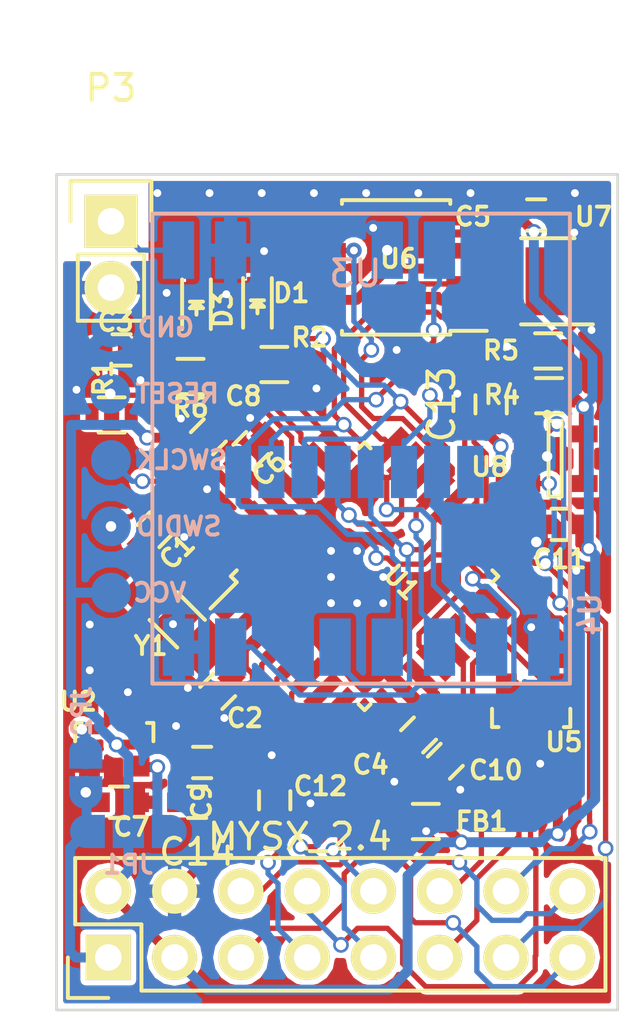
<source format=kicad_pcb>
(kicad_pcb (version 20170123) (host pcbnew no-vcs-found-5e5259b~58~ubuntu16.10.1)
  (title_block (title "Sensebender Micro 2") (date 2016-02-11) (company Mysensors.org) (comment 1 "Created by Thomas Bowman Mørch"))
  (layers (0 F.Cu signal) (31 B.Cu signal) (34 B.Paste user hide) (35 F.Paste user hide) (36 B.SilkS user) (37 F.SilkS user) (38 B.Mask user hide) (39 F.Mask user hide) (44 Edge.Cuts user))
  (net 0 "")
  (net 1 GND)
  (net 2 +3V3)
  (net 3 "Net-(U4-Pad6)")
  (net 4 "Net-(U4-Pad16)")
  (net 5 /V_RAW)
  (net 6 /MOSI)
  (net 7 /MISO)
  (net 8 /SCK)
  (net 9 /CSN)
  (net 10 /IRQ)
  (net 11 /D6_PWM)
  (net 12 /D5_PWM)
  (net 13 /D4_INT)
  (net 14 /D3_INT)
  (net 15 /D1_DFM)
  (net 16 /D2_DTM)
  (net 17 "Net-(C1-Pad2)")
  (net 18 "Net-(C2-Pad2)")
  (net 19 /RESET)
  (net 20 /SWDIO)
  (net 21 /SWCLK)
  (net 22 /D8_SDA)
  (net 23 /D7_SCL)
  (net 24 "Net-(D1-Pad2)")
  (net 25 /SECURITY)
  (net 26 /FLS_CS)
  (net 27 "Net-(U7-Pad3)")
  (net 28 "Net-(U7-Pad4)")
  (net 29 "Net-(C6-Pad2)")
  (net 30 "Net-(R2-Pad1)")
  (net 31 "Net-(JP2-Pad2)")
  (net 32 "Net-(JP1-Pad1)")
  (net 33 /RST)
  (net 34 /LEGACY_ID)
  (net 35 /NRF_CE_RFM_DIO5)
  (net 36 +3.3VA)
  (net 37 /D10_A4)
  (net 38 /D9_A3)
  (net 39 "Net-(D3-Pad2)")
  (net 40 "Net-(R6-Pad1)")
  (net 41 "Net-(U1-Pad16)")
  (net 42 "Net-(U4-Pad15)")
  (net 43 "Net-(U4-Pad12)")
  (net 44 "Net-(U4-Pad11)")
  (net 45 /ANT)
  (module Housings_QFP:TQFP-32_7x7mm_Pitch0.8mm (layer F.Cu) (at 100.802224 97.390668 45)
    (fp_text reference U1 (at 0.8382 1.1684 135) (layer F.SilkS) (effects (font (size 0.7 0.7))))
    (fp_text value ATSAMD20E)
    (pad 1 smd rect (at -4.25 -2.8 45) (size 1.6 0.55) (layers F.Cu F.Paste F.Mask) (net 17 "Net-(C1-Pad2)"))
    (pad 2 smd rect (at -4.25 -2 45) (size 1.6 0.55) (layers F.Cu F.Paste F.Mask) (net 18 "Net-(C2-Pad2)"))
    (pad 3 smd rect (at -4.25 -1.2 45) (size 1.6 0.55) (layers F.Cu F.Paste F.Mask) (net 14 /D3_INT))
    (pad 4 smd rect (at -4.25 -0.4 45) (size 1.6 0.55) (layers F.Cu F.Paste F.Mask) (net 13 /D4_INT))
    (pad 5 smd rect (at -4.25 0.4 45) (size 1.6 0.55) (layers F.Cu F.Paste F.Mask) (net 16 /D2_DTM))
    (pad 6 smd rect (at -4.25 1.2 45) (size 1.6 0.55) (layers F.Cu F.Paste F.Mask) (net 15 /D1_DFM))
    (pad 7 smd rect (at -4.25 2 45) (size 1.6 0.55) (layers F.Cu F.Paste F.Mask) (net 38 /D9_A3))
    (pad 8 smd rect (at -4.25 2.8 45) (size 1.6 0.55) (layers F.Cu F.Paste F.Mask) (net 37 /D10_A4))
    (pad 9 smd rect (at -2.8 4.25 135) (size 1.6 0.55) (layers F.Cu F.Paste F.Mask) (net 36 +3.3VA))
    (pad 10 smd rect (at -2 4.25 135) (size 1.6 0.55) (layers F.Cu F.Paste F.Mask) (net 1 GND))
    (pad 11 smd rect (at -1.2 4.25 135) (size 1.6 0.55) (layers F.Cu F.Paste F.Mask) (net 11 /D6_PWM))
    (pad 12 smd rect (at -0.4 4.25 135) (size 1.6 0.55) (layers F.Cu F.Paste F.Mask) (net 10 /IRQ))
    (pad 13 smd rect (at 0.4 4.25 135) (size 1.6 0.55) (layers F.Cu F.Paste F.Mask) (net 12 /D5_PWM))
    (pad 14 smd rect (at 1.2 4.25 135) (size 1.6 0.55) (layers F.Cu F.Paste F.Mask) (net 34 /LEGACY_ID))
    (pad 15 smd rect (at 2 4.25 135) (size 1.6 0.55) (layers F.Cu F.Paste F.Mask) (net 25 /SECURITY))
    (pad 16 smd rect (at 2.8 4.25 135) (size 1.6 0.55) (layers F.Cu F.Paste F.Mask) (net 41 "Net-(U1-Pad16)"))
    (pad 17 smd rect (at 4.25 2.8 45) (size 1.6 0.55) (layers F.Cu F.Paste F.Mask) (net 22 /D8_SDA))
    (pad 18 smd rect (at 4.25 2 45) (size 1.6 0.55) (layers F.Cu F.Paste F.Mask) (net 23 /D7_SCL))
    (pad 19 smd rect (at 4.25 1.2 45) (size 1.6 0.55) (layers F.Cu F.Paste F.Mask) (net 35 /NRF_CE_RFM_DIO5))
    (pad 20 smd rect (at 4.25 0.4 45) (size 1.6 0.55) (layers F.Cu F.Paste F.Mask) (net 9 /CSN))
    (pad 21 smd rect (at 4.25 -0.4 45) (size 1.6 0.55) (layers F.Cu F.Paste F.Mask) (net 6 /MOSI))
    (pad 22 smd rect (at 4.25 -1.2 45) (size 1.6 0.55) (layers F.Cu F.Paste F.Mask) (net 8 /SCK))
    (pad 23 smd rect (at 4.25 -2 45) (size 1.6 0.55) (layers F.Cu F.Paste F.Mask) (net 7 /MISO))
    (pad 24 smd rect (at 4.25 -2.8 45) (size 1.6 0.55) (layers F.Cu F.Paste F.Mask) (net 26 /FLS_CS))
    (pad 25 smd rect (at 2.8 -4.25 135) (size 1.6 0.55) (layers F.Cu F.Paste F.Mask) (net 30 "Net-(R2-Pad1)"))
    (pad 26 smd rect (at 2 -4.25 135) (size 1.6 0.55) (layers F.Cu F.Paste F.Mask) (net 19 /RESET))
    (pad 27 smd rect (at 1.2 -4.25 135) (size 1.6 0.55) (layers F.Cu F.Paste F.Mask) (net 40 "Net-(R6-Pad1)"))
    (pad 28 smd rect (at 0.4 -4.25 135) (size 1.6 0.55) (layers F.Cu F.Paste F.Mask) (net 1 GND))
    (pad 29 smd rect (at -0.4 -4.25 135) (size 1.6 0.55) (layers F.Cu F.Paste F.Mask) (net 29 "Net-(C6-Pad2)"))
    (pad 30 smd rect (at -1.2 -4.25 135) (size 1.6 0.55) (layers F.Cu F.Paste F.Mask) (net 2 +3V3))
    (pad 31 smd rect (at -2 -4.25 135) (size 1.6 0.55) (layers F.Cu F.Paste F.Mask) (net 21 /SWCLK))
    (pad 32 smd rect (at -2.8 -4.25 135) (size 1.6 0.55) (layers F.Cu F.Paste F.Mask) (net 20 /SWDIO))
  )
  (module mysensors_obscurities:via-0.6mm (layer F.Cu) (at 93.8911 95.885)
    (fp_text reference REF** hide)
    (fp_text value via-0.6mm hide)
    (pad 1 thru_hole circle (at 0 0) (size 0.6 0.6) (drill 0.3) (layers *.Cu) (net 1 GND))
  )
  (module Capacitors_SMD:C_0603 (layer F.Cu) (at 95.1738 101.8032 45)
    (fp_text reference C2 (at 0.017961 1.454801 180) (layer F.SilkS) (effects (font (size 0.7 0.7))))
    (fp_text value 100nF)
    (pad 1 smd rect (at -0.75 0 45) (size 0.8 0.75) (layers F.Cu F.Paste F.Mask) (net 1 GND))
    (pad 2 smd rect (at 0.75 0 45) (size 0.8 0.75) (layers F.Cu F.Paste F.Mask) (net 18 "Net-(C2-Pad2)"))
  )
  (module mysensors_obscurities:via-0.6mm (layer F.Cu) (at 95.504 86.5886)
    (fp_text reference REF** hide)
    (fp_text value via-0.6mm hide)
    (pad 1 thru_hole circle (at 0 0) (size 0.6 0.6) (drill 0.3) (layers *.Cu) (net 1 GND))
  )
  (module mysensors_obscurities:via-0.6mm (layer F.Cu) (at 93.218 86.5378)
    (fp_text reference REF** hide)
    (fp_text value via-0.6mm hide)
    (pad 1 thru_hole circle (at 0 0) (size 0.6 0.6) (drill 0.3) (layers *.Cu) (net 1 GND))
  )
  (module mysensors_radios:RFM95HW_SMD (layer B.Cu) (at 107.6706 99.1014 90)
    (fp_text reference U4 (at 0.254 1.778 90) (layer B.SilkS) (effects (font (size 0.8 0.8) (thickness 0.16)) (justify mirror)))
    (fp_text value RFM69HW hide)
    (pad 14 smd rect (at 14.2 -4 90) (size 2.2 1.2) (layers B.Cu B.Paste B.Mask) (net 10 /IRQ))
    (pad 13 smd rect (at 14.2 -6 90) (size 2.2 1.2) (layers B.Cu B.Paste B.Mask) (net 2 +3V3))
    (pad 10 smd rect (at 14.2 -12 90) (size 2.2 1.2) (layers B.Cu B.Paste B.Mask) (net 1 GND))
    (pad 9 smd rect (at 14.2 -14 90) (size 2.2 1.2) (layers B.Cu B.Paste B.Mask) (net 45 /ANT))
    (pad 8 smd rect (at -1 -14 90) (size 2.2 1.2) (layers B.Cu B.Paste B.Mask) (net 1 GND))
    (pad 7 smd rect (at -1 -12 90) (size 2.2 1.2) (layers B.Cu B.Paste B.Mask) (net 35 /NRF_CE_RFM_DIO5))
    (pad 5 smd rect (at -1 -8 90) (size 2.2 1.2) (layers B.Cu B.Paste B.Mask) (net 9 /CSN))
    (pad 4 smd rect (at -1 -6 90) (size 2.2 1.2) (layers B.Cu B.Paste B.Mask) (net 8 /SCK))
    (pad 3 smd rect (at -1 -4 90) (size 2.2 1.2) (layers B.Cu B.Paste B.Mask) (net 6 /MOSI))
    (pad 2 smd rect (at -1 -2 90) (size 2.2 1.2) (layers B.Cu B.Paste B.Mask) (net 7 /MISO))
    (pad 1 smd rect (at -1 0 90) (size 2.2 1.2) (layers B.Cu B.Paste B.Mask) (net 1 GND))
  )
  (module mysensors_obscurities:via-0.6mm (layer F.Cu) (at 96.9518 84.9376)
    (fp_text reference REF** hide)
    (fp_text value via-0.6mm hide)
    (pad 1 thru_hole circle (at 0 0) (size 0.6 0.6) (drill 0.3) (layers *.Cu) (net 1 GND))
  )
  (module mysensors_obscurities:via-0.6mm (layer F.Cu) (at 98.9584 90.1954)
    (fp_text reference REF** hide)
    (fp_text value via-0.6mm hide)
    (pad 1 thru_hole circle (at 0 0) (size 0.6 0.6) (drill 0.3) (layers *.Cu) (net 1 GND))
  )
  (module mysensors_obscurities:via-0.6mm (layer F.Cu) (at 104.3559 90.3986)
    (fp_text reference REF** hide)
    (fp_text value via-0.6mm hide)
    (pad 1 thru_hole circle (at 0 0) (size 0.6 0.6) (drill 0.3) (layers *.Cu) (net 1 GND))
  )
  (module mysensors_obscurities:via-0.6mm (layer F.Cu) (at 102.0318 88.7222)
    (fp_text reference REF** hide)
    (fp_text value via-0.6mm hide)
    (pad 1 thru_hole circle (at 0 0) (size 0.6 0.6) (drill 0.3) (layers *.Cu) (net 1 GND))
  )
  (module mysensors_obscurities:via-0.6mm (layer F.Cu) (at 107.188 99.3394)
    (fp_text reference REF** hide)
    (fp_text value via-0.6mm hide)
    (pad 1 thru_hole circle (at 0 0) (size 0.6 0.6) (drill 0.3) (layers *.Cu) (net 1 GND))
  )
  (module mysensors_obscurities:via-0.6mm (layer F.Cu) (at 108.839 84.2264)
    (fp_text reference REF** hide)
    (fp_text value via-0.6mm hide)
    (pad 1 thru_hole circle (at 0 0) (size 0.6 0.6) (drill 0.3) (layers *.Cu) (net 1 GND))
  )
  (module mysensors_obscurities:via-0.6mm (layer F.Cu) (at 109.4994 87.9602)
    (fp_text reference REF** hide)
    (fp_text value via-0.6mm hide)
    (pad 1 thru_hole circle (at 0 0) (size 0.6 0.6) (drill 0.3) (layers *.Cu) (net 1 GND))
  )
  (module mysensors_obscurities:via-0.6mm (layer F.Cu) (at 90.2716 99.2378)
    (fp_text reference REF** hide)
    (fp_text value via-0.6mm hide)
    (pad 1 thru_hole circle (at 0 0) (size 0.6 0.6) (drill 0.3) (layers *.Cu) (net 1 GND))
  )
  (module Housings_SOIC:SOIC-8_3.9x4.9mm_Pitch1.27mm (layer F.Cu) (at 102.0115 85.5599 180)
    (fp_text reference U6 (at -0.1016 0.3302 180) (layer F.SilkS) (effects (font (size 0.7 0.7))))
    (fp_text value AT45DB041E)
    (pad 1 smd rect (at -2.7 -1.905 180) (size 1.55 0.6) (layers F.Cu F.Paste F.Mask) (net 26 /FLS_CS))
    (pad 2 smd rect (at -2.7 -0.635 180) (size 1.55 0.6) (layers F.Cu F.Paste F.Mask) (net 7 /MISO))
    (pad 3 smd rect (at -2.7 0.635 180) (size 1.55 0.6) (layers F.Cu F.Paste F.Mask) (net 2 +3V3))
    (pad 4 smd rect (at -2.7 1.905 180) (size 1.55 0.6) (layers F.Cu F.Paste F.Mask) (net 1 GND))
    (pad 5 smd rect (at 2.7 1.905 180) (size 1.55 0.6) (layers F.Cu F.Paste F.Mask) (net 6 /MOSI))
    (pad 6 smd rect (at 2.7 0.635 180) (size 1.55 0.6) (layers F.Cu F.Paste F.Mask) (net 8 /SCK))
    (pad 7 smd rect (at 2.7 -0.635 180) (size 1.55 0.6) (layers F.Cu F.Paste F.Mask) (net 2 +3V3))
    (pad 8 smd rect (at 2.7 -1.905 180) (size 1.55 0.6) (layers F.Cu F.Paste F.Mask) (net 2 +3V3))
  )
  (module mysensors_obscurities:via-0.6mm (layer F.Cu) (at 108.9152 97.1804)
    (fp_text reference REF** hide)
    (fp_text value via-0.6mm hide)
    (pad 1 thru_hole circle (at 0 0) (size 0.6 0.6) (drill 0.3) (layers *.Cu) (net 1 GND))
  )
  (module mysensors_obscurities:via-0.6mm (layer F.Cu) (at 89.7636 90.2462)
    (fp_text reference REF** hide)
    (fp_text value via-0.6mm hide)
    (pad 1 thru_hole circle (at 0 0) (size 0.6 0.6) (drill 0.3) (layers *.Cu) (net 1 GND))
  )
  (module mysensors_obscurities:via-0.6mm (layer F.Cu) (at 90.2716 100.9904)
    (fp_text reference REF** hide)
    (fp_text value via-0.6mm hide)
    (pad 1 thru_hole circle (at 0 0) (size 0.6 0.6) (drill 0.3) (layers *.Cu) (net 1 GND))
  )
  (module mysensors_obscurities:via-0.6mm (layer F.Cu) (at 94.0308 101.66604)
    (fp_text reference REF** hide)
    (fp_text value via-0.6mm hide)
    (pad 1 thru_hole circle (at 0 0) (size 0.6 0.6) (drill 0.3) (layers *.Cu) (net 1 GND))
  )
  (module mysensors_obscurities:via-0.6mm (layer F.Cu) (at 93.57868 103.124)
    (fp_text reference REF** hide)
    (fp_text value via-0.6mm hide)
    (pad 1 thru_hole circle (at 0 0) (size 0.6 0.6) (drill 0.3) (layers *.Cu) (net 1 GND))
  )
  (module mysensors_obscurities:via-0.6mm (layer F.Cu) (at 107.53344 104.56672)
    (fp_text reference REF** hide)
    (fp_text value via-0.6mm hide)
    (pad 1 thru_hole circle (at 0 0) (size 0.6 0.6) (drill 0.3) (layers *.Cu) (net 1 GND))
  )
  (module TO_SOT_Packages_SMD:SOT-23 (layer F.Cu) (at 107.1864 102.5144 180)
    (fp_text reference U5 (at -1.25636 -1.22428) (layer F.SilkS) (effects (font (size 0.7 0.7))))
    (fp_text value ATSHA204A)
    (pad 1 smd rect (at -0.95 1.00076 180) (size 0.8001 0.8001) (layers F.Cu F.Paste F.Mask) (net 25 /SECURITY))
    (pad 2 smd rect (at 0.95 1.00076 180) (size 0.8001 0.8001) (layers F.Cu F.Paste F.Mask) (net 2 +3V3))
    (pad 3 smd rect (at 0 -0.99822 180) (size 0.8001 0.8001) (layers F.Cu F.Paste F.Mask) (net 1 GND))
  )
  (module mysensors_obscurities:via-0.6mm (layer F.Cu) (at 108.8624 82.7151)
    (fp_text reference REF** hide)
    (fp_text value via-0.6mm hide)
    (pad 1 thru_hole circle (at 0 0) (size 0.6 0.6) (drill 0.3) (layers *.Cu) (net 1 GND))
  )
  (module mysensors_obscurities:via-0.6mm (layer F.Cu) (at 101.9429 105.2576)
    (fp_text reference REF** hide)
    (fp_text value via-0.6mm hide)
    (pad 1 thru_hole circle (at 0 0) (size 0.6 0.6) (drill 0.3) (layers *.Cu) (net 1 GND))
  )
  (module mysensors_obscurities:via-0.6mm (layer F.Cu) (at 98.7298 106.0831)
    (fp_text reference REF** hide)
    (fp_text value via-0.6mm hide)
    (pad 1 thru_hole circle (at 0 0) (size 0.6 0.6) (drill 0.3) (layers *.Cu) (net 1 GND))
  )
  (module mysensors_obscurities:via-0.6mm (layer F.Cu) (at 95.4278 102.8192)
    (fp_text reference REF** hide)
    (fp_text value via-0.6mm hide)
    (pad 1 thru_hole circle (at 0 0) (size 0.6 0.6) (drill 0.3) (layers *.Cu) (net 1 GND))
  )
  (module mysensors_obscurities:via-0.6mm (layer F.Cu) (at 94.7674 94.0562)
    (fp_text reference REF** hide)
    (fp_text value via-0.6mm hide)
    (pad 1 thru_hole circle (at 0 0) (size 0.6 0.6) (drill 0.3) (layers *.Cu) (net 1 GND))
  )
  (module mysensors_obscurities:via-0.6mm (layer F.Cu) (at 101.1301 84.0486)
    (fp_text reference REF** hide)
    (fp_text value via-0.6mm hide)
    (pad 1 thru_hole circle (at 0 0) (size 0.6 0.6) (drill 0.3) (layers *.Cu) (net 1 GND))
  )
  (module mysensors_obscurities:via-0.6mm (layer F.Cu) (at 93.46184 99.22256)
    (fp_text reference REF** hide)
    (fp_text value via-0.6mm hide)
    (pad 1 thru_hole circle (at 0 0) (size 0.6 0.6) (drill 0.3) (layers *.Cu) (net 1 GND))
  )
  (module mysensors_obscurities:via-0.6mm (layer F.Cu) (at 106.2736 88.5952)
    (fp_text reference REF** hide)
    (fp_text value via-0.6mm hide)
    (pad 1 thru_hole circle (at 0 0) (size 0.6 0.6) (drill 0.3) (layers *.Cu) (net 1 GND))
  )
  (module mysensors_obscurities:via-0.6mm (layer F.Cu) (at 93.7641 91.3511)
    (fp_text reference REF** hide)
    (fp_text value via-0.6mm hide)
    (pad 1 thru_hole circle (at 0 0) (size 0.6 0.6) (drill 0.3) (layers *.Cu) (net 1 GND))
  )
  (module mysensors_obscurities:via-0.6mm (layer F.Cu) (at 96.4184 91.3257)
    (fp_text reference REF** hide)
    (fp_text value via-0.6mm hide)
    (pad 1 thru_hole circle (at 0 0) (size 0.6 0.6) (drill 0.3) (layers *.Cu) (net 1 GND))
  )
  (module mysensors_obscurities:via-0.6mm (layer F.Cu) (at 92.2147 89.8779)
    (fp_text reference REF** hide)
    (fp_text value via-0.6mm hide)
    (pad 1 thru_hole circle (at 0 0) (size 0.6 0.6) (drill 0.3) (layers *.Cu) (net 1 GND))
  )
  (module mysensors_obscurities:via-0.6mm (layer F.Cu) (at 91.7321 101.8286)
    (fp_text reference REF** hide)
    (fp_text value via-0.6mm hide)
    (pad 1 thru_hole circle (at 0 0) (size 0.6 0.6) (drill 0.3) (layers *.Cu) (net 1 GND))
  )
  (module mysensors_obscurities:via-0.6mm (layer F.Cu) (at 97.2439 104.2416)
    (fp_text reference REF** hide)
    (fp_text value via-0.6mm hide)
    (pad 1 thru_hole circle (at 0 0) (size 0.6 0.6) (drill 0.3) (layers *.Cu) (net 1 GND))
  )
  (module mysensors_obscurities:via-0.6mm (layer F.Cu) (at 103.1621 107.1499)
    (fp_text reference REF** hide)
    (fp_text value via-0.6mm hide)
    (pad 1 thru_hole circle (at 0 0) (size 0.6 0.6) (drill 0.3) (layers *.Cu) (net 1 GND))
  )
  (module mysensors_obscurities:via-0.6mm (layer F.Cu) (at 104.4702 105.5624)
    (fp_text reference REF** hide)
    (fp_text value via-0.6mm hide)
    (pad 1 thru_hole circle (at 0 0) (size 0.6 0.6) (drill 0.3) (layers *.Cu) (net 1 GND))
  )
  (module mysensors_obscurities:via-0.6mm (layer F.Cu) (at 104.8624 82.7151)
    (fp_text reference REF** hide)
    (fp_text value via-0.6mm hide)
    (pad 1 thru_hole circle (at 0 0) (size 0.6 0.6) (drill 0.3) (layers *.Cu) (net 1 GND))
  )
  (module mysensors_obscurities:via-0.6mm (layer F.Cu) (at 102.8624 82.7151)
    (fp_text reference REF** hide)
    (fp_text value via-0.6mm hide)
    (pad 1 thru_hole circle (at 0 0) (size 0.6 0.6) (drill 0.3) (layers *.Cu) (net 1 GND))
  )
  (module mysensors_obscurities:via-0.6mm (layer F.Cu) (at 100.8624 82.7151)
    (fp_text reference REF** hide)
    (fp_text value via-0.6mm hide)
    (pad 1 thru_hole circle (at 0 0) (size 0.6 0.6) (drill 0.3) (layers *.Cu) (net 1 GND))
  )
  (module mysensors_obscurities:via-0.6mm (layer F.Cu) (at 98.8624 82.7151)
    (fp_text reference REF** hide)
    (fp_text value via-0.6mm hide)
    (pad 1 thru_hole circle (at 0 0) (size 0.6 0.6) (drill 0.3) (layers *.Cu) (net 1 GND))
  )
  (module mysensors_obscurities:via-0.6mm (layer F.Cu) (at 96.8624 82.7151)
    (fp_text reference REF** hide)
    (fp_text value via-0.6mm hide)
    (pad 1 thru_hole circle (at 0 0) (size 0.6 0.6) (drill 0.3) (layers *.Cu) (net 1 GND))
  )
  (module mysensors_obscurities:via-0.6mm (layer F.Cu) (at 94.8624 82.7151)
    (fp_text reference REF** hide)
    (fp_text value via-0.6mm hide)
    (pad 1 thru_hole circle (at 0 0) (size 0.6 0.6) (drill 0.3) (layers *.Cu) (net 1 GND))
  )
  (module LEDs:LED-0603 (layer F.Cu) (at 94.361 87.122 270)
    (fp_text reference D3 (at 0.06096 -1.0033 270) (layer F.SilkS) (effects (font (size 0.7 0.7))))
    (fp_text value LED)
    (pad 2 smd rect (at 0.7493 0 90) (size 0.79756 0.79756) (layers F.Cu F.Paste F.Mask) (net 39 "Net-(D3-Pad2)"))
    (pad 1 smd rect (at -0.7493 0 90) (size 0.79756 0.79756) (layers F.Cu F.Paste F.Mask) (net 1 GND))
  )
  (module Measurement_Points:Measurement_Point_Round-SMD-Pad_Small (layer B.Cu) (at 91.059 90.3986)
    (fp_text reference W2 hide)
    (fp_text value RESET (at 2.5654 0) (layer B.SilkS) (effects (font (size 0.7 0.7)) (justify mirror)))
    (pad 1 smd circle (at 0 0) (size 1.524 1.524) (layers B.Cu B.Paste B.Mask) (net 19 /RESET))
  )
  (module Resistors_SMD:R_0603 (layer F.Cu) (at 91.1098 91.2114 180)
    (fp_text reference R1 (at 0.3302 1.41732 270) (layer F.SilkS) (effects (font (size 0.7 0.7))))
    (fp_text value 100K)
    (pad 1 smd rect (at -0.75 0 180) (size 0.5 0.9) (layers F.Cu F.Paste F.Mask) (net 2 +3V3))
    (pad 2 smd rect (at 0.75 0 180) (size 0.5 0.9) (layers F.Cu F.Paste F.Mask) (net 19 /RESET))
  )
  (module Pin_Headers:Pin_Header_Straight_1x02 (layer F.Cu) (at 91.0844 83.7946)
    (fp_text reference P3 (at 0 -5.1) (layer F.SilkS))
    (fp_text value Antenna)
    (pad 2 thru_hole oval (at 0 2.54) (size 2.032 2.032) (drill 1.016) (layers *.Cu *.Mask F.SilkS) (net 1 GND))
    (pad 1 thru_hole rect (at 0 0) (size 2.032 2.032) (drill 1.016) (layers *.Cu *.Mask F.SilkS) (net 45 /ANT))
  )
  (module Resistors_SMD:R_0603 (layer F.Cu) (at 94.1324 89.7382 180)
    (fp_text reference R6 (at -0.00578 -1.1938 180) (layer F.SilkS) (effects (font (size 0.7 0.7))))
    (fp_text value 220R)
    (pad 1 smd rect (at -0.75 0 180) (size 0.5 0.9) (layers F.Cu F.Paste F.Mask) (net 40 "Net-(R6-Pad1)"))
    (pad 2 smd rect (at 0.75 0 180) (size 0.5 0.9) (layers F.Cu F.Paste F.Mask) (net 39 "Net-(D3-Pad2)"))
  )
  (module Resistors_SMD:R_0603 (layer F.Cu) (at 97.3448 89.281 180)
    (fp_text reference R2 (at -1.3462 1.03632 180) (layer F.SilkS) (effects (font (size 0.7 0.7))))
    (fp_text value 220R)
    (pad 1 smd rect (at -0.75 0 180) (size 0.5 0.9) (layers F.Cu F.Paste F.Mask) (net 30 "Net-(R2-Pad1)"))
    (pad 2 smd rect (at 0.75 0 180) (size 0.5 0.9) (layers F.Cu F.Paste F.Mask) (net 24 "Net-(D1-Pad2)"))
  )
  (module Resistors_SMD:R_0603 (layer F.Cu) (at 107.8738 90.4748 180)
    (fp_text reference R4 (at 1.80848 0.03048) (layer F.SilkS) (effects (font (size 0.7 0.7))))
    (fp_text value 4k7)
    (pad 1 smd rect (at -0.75 0 180) (size 0.5 0.9) (layers F.Cu F.Paste F.Mask) (net 2 +3V3))
    (pad 2 smd rect (at 0.75 0 180) (size 0.5 0.9) (layers F.Cu F.Paste F.Mask) (net 22 /D8_SDA))
  )
  (module TO_SOT_Packages_SMD:SOT-23-5 (layer F.Cu) (at 108.1024 92.8878)
    (fp_text reference U8 (at -2.49936 0.30988) (layer F.SilkS) (effects (font (size 0.7 0.7))))
    (fp_text value 24AA32AT-I/OT)
    (pad 1 smd rect (at -1.1 -0.95) (size 1.06 0.65) (layers F.Cu F.Paste F.Mask) (net 22 /D8_SDA))
    (pad 2 smd rect (at -1.1 0) (size 1.06 0.65) (layers F.Cu F.Paste F.Mask) (net 1 GND))
    (pad 3 smd rect (at -1.1 0.95) (size 1.06 0.65) (layers F.Cu F.Paste F.Mask) (net 23 /D7_SCL))
    (pad 4 smd rect (at 1.1 0.95) (size 1.06 0.65) (layers F.Cu F.Paste F.Mask) (net 2 +3V3))
    (pad 5 smd rect (at 1.1 -0.95) (size 1.06 0.65) (layers F.Cu F.Paste F.Mask) (net 2 +3V3))
  )
  (module Capacitors_SMD:C_0603 (layer F.Cu) (at 107.3785 83.5533 180)
    (fp_text reference C5 (at 2.4257 -0.0635 180) (layer F.SilkS) (effects (font (size 0.7 0.7))))
    (fp_text value 100nF)
    (pad 1 smd rect (at -0.75 0 180) (size 0.8 0.75) (layers F.Cu F.Paste F.Mask) (net 1 GND))
    (pad 2 smd rect (at 0.75 0 180) (size 0.8 0.75) (layers F.Cu F.Paste F.Mask) (net 2 +3V3))
  )
  (module Capacitors_SMD:C_0603 (layer F.Cu) (at 108.3183 95.4024 180)
    (fp_text reference C11 (at 0.03302 -1.33096 180) (layer F.SilkS) (effects (font (size 0.7 0.7))))
    (fp_text value 10uF)
    (pad 1 smd rect (at -0.75 0 180) (size 0.8 0.75) (layers F.Cu F.Paste F.Mask) (net 2 +3V3))
    (pad 2 smd rect (at 0.75 0 180) (size 0.8 0.75) (layers F.Cu F.Paste F.Mask) (net 1 GND))
  )
  (module mysensors_obscurities:via-0.6mm (layer F.Cu) (at 92.8624 82.7151)
    (fp_text reference REF** hide)
    (fp_text value via-0.6mm hide)
    (pad 1 thru_hole circle (at 0 0) (size 0.6 0.6) (drill 0.3) (layers *.Cu) (net 1 GND))
  )
  (module mysensors_obscurities:via-0.6mm (layer F.Cu) (at 101.5172 98.4184)
    (fp_text reference REF** hide)
    (fp_text value via-0.6mm hide)
    (pad 1 thru_hole circle (at 0 0) (size 0.6 0.6) (drill 0.3) (layers *.Cu) (net 1 GND))
  )
  (module mysensors_obscurities:via-0.6mm (layer F.Cu) (at 100.5172 98.4184)
    (fp_text reference REF** hide)
    (fp_text value via-0.6mm hide)
    (pad 1 thru_hole circle (at 0 0) (size 0.6 0.6) (drill 0.3) (layers *.Cu) (net 1 GND))
  )
  (module mysensors_obscurities:via-0.6mm (layer F.Cu) (at 99.5172 98.4184)
    (fp_text reference REF** hide)
    (fp_text value via-0.6mm hide)
    (pad 1 thru_hole circle (at 0 0) (size 0.6 0.6) (drill 0.3) (layers *.Cu) (net 1 GND))
  )
  (module mysensors_obscurities:via-0.6mm (layer F.Cu) (at 101.5172 97.4184)
    (fp_text reference REF** hide)
    (fp_text value via-0.6mm hide)
    (pad 1 thru_hole circle (at 0 0) (size 0.6 0.6) (drill 0.3) (layers *.Cu) (net 1 GND))
  )
  (module mysensors_obscurities:via-0.6mm (layer F.Cu) (at 99.5172 97.4184)
    (fp_text reference REF** hide)
    (fp_text value via-0.6mm hide)
    (pad 1 thru_hole circle (at 0 0) (size 0.6 0.6) (drill 0.3) (layers *.Cu) (net 1 GND))
  )
  (module mysensors_obscurities:via-0.6mm (layer F.Cu) (at 100.5172 96.4184)
    (fp_text reference REF** hide)
    (fp_text value via-0.6mm hide)
    (pad 1 thru_hole circle (at 0 0) (size 0.6 0.6) (drill 0.3) (layers *.Cu) (net 1 GND))
  )
  (module mysensors_obscurities:via-0.6mm (layer F.Cu) (at 99.5172 96.4184)
    (fp_text reference REF** hide)
    (fp_text value via-0.6mm hide)
    (pad 1 thru_hole circle (at 0 0) (size 0.6 0.6) (drill 0.3) (layers *.Cu) (net 1 GND))
  )
  (module mysensors_obscurities:XTAL_3.2x1.5mm (layer F.Cu) (at 93.6244 99.06 315)
    (fp_text reference Y1 (at -0.014368 1.422473) (layer F.SilkS) (effects (font (size 0.7 0.7))))
    (fp_text value 32Khz)
    (pad 1 smd rect (at -1.5 0 315) (size 1.5 1.8) (layers F.Cu F.Paste F.Mask) (net 17 "Net-(C1-Pad2)"))
    (pad 2 smd rect (at 1.5 0 315) (size 1.5 1.8) (layers F.Cu F.Paste F.Mask) (net 18 "Net-(C2-Pad2)"))
  )
  (module Capacitors_SMD:C_0603 (layer F.Cu) (at 96.4438 92.5322 225)
    (fp_text reference C6 (at 0.0254 -1.0414 225) (layer F.SilkS) (effects (font (size 0.7 0.7))))
    (fp_text value 100nF)
    (pad 1 smd rect (at -0.75 0 225) (size 0.8 0.75) (layers F.Cu F.Paste F.Mask) (net 1 GND))
    (pad 2 smd rect (at 0.75 0 225) (size 0.8 0.75) (layers F.Cu F.Paste F.Mask) (net 29 "Net-(C6-Pad2)"))
  )
  (module mysensors_radios:NRF24L01-SMD (layer B.Cu) (at 100.4512 84.6958 180)
    (fp_text reference U3 (at 0 -1.1 180) (layer B.SilkS) (effects (justify mirror)))
    (fp_text value NRF24L01)
    (pad 2 smd rect (at -4.4 -8.7 180) (size 1 2) (layers B.Cu B.Paste B.Mask) (net 2 +3V3))
    (pad 1 smd rect (at -3.13 -8.7 180) (size 1 2) (layers B.Cu B.Paste B.Mask) (net 1 GND))
    (pad 3 smd rect (at -1.86 -8.7 180) (size 1 2) (layers B.Cu B.Paste B.Mask) (net 35 /NRF_CE_RFM_DIO5))
    (pad 4 smd rect (at -0.59 -8.7 180) (size 1 2) (layers B.Cu B.Paste B.Mask) (net 9 /CSN))
    (pad 5 smd rect (at 0.68 -8.7 180) (size 1 2) (layers B.Cu B.Paste B.Mask) (net 8 /SCK))
    (pad 6 smd rect (at 1.95 -8.7 180) (size 1 2) (layers B.Cu B.Paste B.Mask) (net 6 /MOSI))
    (pad 7 smd rect (at 3.22 -8.7 180) (size 1 2) (layers B.Cu B.Paste B.Mask) (net 7 /MISO))
    (pad 8 smd rect (at 4.49 -8.7 180) (size 1 2) (layers B.Cu B.Paste B.Mask) (net 10 /IRQ))
  )
  (module Capacitors_SMD:C_0603 (layer F.Cu) (at 102.87 103.4669 225)
    (fp_text reference C4 (at 2.106768 0.493914 180) (layer F.SilkS) (effects (font (size 0.7 0.7))))
    (fp_text value 100nF)
    (pad 1 smd rect (at -0.75 0 225) (size 0.8 0.75) (layers F.Cu F.Paste F.Mask) (net 1 GND))
    (pad 2 smd rect (at 0.75 0 225) (size 0.8 0.75) (layers F.Cu F.Paste F.Mask) (net 36 +3.3VA))
  )
  (module Capacitors_SMD:C_0603 (layer F.Cu) (at 97.3582 105.9688 270)
    (fp_text reference C12 (at -0.54356 -1.7526) (layer F.SilkS) (effects (font (size 0.7 0.7))))
    (fp_text value C)
    (pad 1 smd rect (at -0.75 0 270) (size 0.8 0.75) (layers F.Cu F.Paste F.Mask) (net 19 /RESET))
    (pad 2 smd rect (at 0.75 0 270) (size 0.8 0.75) (layers F.Cu F.Paste F.Mask) (net 33 /RST))
  )
  (module TO_SOT_Packages_SMD:SOT-23 (layer F.Cu) (at 91.2114 103.6574)
    (fp_text reference U2 (at -1.38176 -1.46812) (layer F.SilkS) (effects (font (size 0.7 0.7))))
    (fp_text value MCP1703T-3302E)
    (pad 1 smd rect (at -0.95 1.00076) (size 0.8001 0.8001) (layers F.Cu F.Paste F.Mask) (net 1 GND))
    (pad 2 smd rect (at 0.95 1.00076) (size 0.8001 0.8001) (layers F.Cu F.Paste F.Mask) (net 32 "Net-(JP1-Pad1)"))
    (pad 3 smd rect (at 0 -0.99822) (size 0.8001 0.8001) (layers F.Cu F.Paste F.Mask) (net 31 "Net-(JP2-Pad2)"))
  )
  (module Housings_DFN_QFN:DFN-6-1EP_3x3mm_Pitch0.95mm (layer F.Cu) (at 107.823 86.0933 180)
    (fp_text reference U7 (at -1.74752 2.4765 180) (layer F.SilkS) (effects (font (size 0.7 0.7))))
    (fp_text value Si7021)
    (pad 1 smd rect (at -1.34 -0.95 180) (size 0.63 0.45) (layers F.Cu F.Paste F.Mask) (net 22 /D8_SDA))
    (pad 2 smd rect (at -1.34 0 180) (size 0.63 0.45) (layers F.Cu F.Paste F.Mask) (net 1 GND))
    (pad 3 smd rect (at -1.34 0.95 180) (size 0.63 0.45) (layers F.Cu F.Paste F.Mask) (net 27 "Net-(U7-Pad3)"))
    (pad 4 smd rect (at 1.34 0.95 180) (size 0.63 0.45) (layers F.Cu F.Paste F.Mask) (net 28 "Net-(U7-Pad4)"))
    (pad 5 smd rect (at 1.34 0 180) (size 0.63 0.45) (layers F.Cu F.Paste F.Mask) (net 2 +3V3))
    (pad 6 smd rect (at 1.34 -0.95 180) (size 0.63 0.45) (layers F.Cu F.Paste F.Mask) (net 23 /D7_SCL))
    (pad 7 smd rect (at 0.425 0.65 180) (size 0.85 1.3) (layers F.Cu F.Paste F.Mask))
    (pad 7 smd rect (at 0.425 -0.65 180) (size 0.85 1.3) (layers F.Cu F.Paste F.Mask))
    (pad 7 smd rect (at -0.425 0.65 180) (size 0.85 1.3) (layers F.Cu F.Paste F.Mask))
    (pad 7 smd rect (at -0.425 -0.65 180) (size 0.85 1.3) (layers F.Cu F.Paste F.Mask))
  )
  (module mysensors_connectors:MYSX_2.4 (layer F.Cu) (at 90.9828 111.9886 90)
    (fp_text reference P2)
    (fp_text value MYSX_2.4 (at 4.6228 7.3406 180) (layer F.SilkS))
    (pad 16 thru_hole oval (at 2.54 17.78 90) (size 1.7272 1.7272) (drill 1.016) (layers *.Cu *.Mask F.SilkS) (net 37 /D10_A4))
    (pad 15 thru_hole oval (at 0 17.78 90) (size 1.7272 1.7272) (drill 1.016) (layers *.Cu *.Mask F.SilkS) (net 38 /D9_A3))
    (pad 14 thru_hole oval (at 2.54 15.24 90) (size 1.7272 1.7272) (drill 1.016) (layers *.Cu *.Mask F.SilkS) (net 22 /D8_SDA))
    (pad 13 thru_hole oval (at 0 15.24 90) (size 1.7272 1.7272) (drill 1.016) (layers *.Cu *.Mask F.SilkS) (net 23 /D7_SCL))
    (pad 12 thru_hole oval (at 2.54 12.7 90) (size 1.7272 1.7272) (drill 1.016) (layers *.Cu *.Mask F.SilkS) (net 11 /D6_PWM))
    (pad 11 thru_hole oval (at 0 12.7 90) (size 1.7272 1.7272) (drill 1.016) (layers *.Cu *.Mask F.SilkS) (net 12 /D5_PWM))
    (pad 10 thru_hole oval (at 2.54 10.16 90) (size 1.7272 1.7272) (drill 1.016) (layers *.Cu *.Mask F.SilkS) (net 13 /D4_INT))
    (pad 9 thru_hole oval (at 0 10.16 90) (size 1.7272 1.7272) (drill 1.016) (layers *.Cu *.Mask F.SilkS) (net 14 /D3_INT))
    (pad 1 thru_hole rect (at 0 0 90) (size 1.7272 1.7272) (drill 1.016) (layers *.Cu *.Mask F.SilkS) (net 5 /V_RAW))
    (pad 2 thru_hole oval (at 2.54 0 90) (size 1.7272 1.7272) (drill 1.016) (layers *.Cu *.Mask F.SilkS) (net 2 +3V3))
    (pad 3 thru_hole oval (at 0 2.54 90) (size 1.7272 1.7272) (drill 1.016) (layers *.Cu *.Mask F.SilkS) (net 2 +3V3))
    (pad 4 thru_hole oval (at 2.54 2.54 90) (size 1.7272 1.7272) (drill 1.016) (layers *.Cu *.Mask F.SilkS) (net 1 GND))
    (pad 5 thru_hole oval (at 0 5.08 90) (size 1.7272 1.7272) (drill 1.016) (layers *.Cu *.Mask F.SilkS) (net 15 /D1_DFM))
    (pad 6 thru_hole oval (at 2.54 5.08 90) (size 1.7272 1.7272) (drill 1.016) (layers *.Cu *.Mask F.SilkS) (net 16 /D2_DTM))
    (pad 7 thru_hole oval (at 0 7.62 90) (size 1.7272 1.7272) (drill 1.016) (layers *.Cu *.Mask F.SilkS) (net 33 /RST))
    (pad 8 thru_hole oval (at 2.54 7.62 90) (size 1.7272 1.7272) (drill 1.016) (layers *.Cu *.Mask F.SilkS) (net 34 /LEGACY_ID))
  )
  (module Capacitors_SMD:C_0603 (layer F.Cu) (at 103.89563 104.47327 45)
    (fp_text reference C10 (at 1.126874 1.611058 180) (layer F.SilkS) (effects (font (size 0.7 0.7))))
    (fp_text value 10uF)
    (pad 1 smd rect (at -0.75 0 45) (size 0.8 0.75) (layers F.Cu F.Paste F.Mask) (net 36 +3.3VA))
    (pad 2 smd rect (at 0.75 0 45) (size 0.8 0.75) (layers F.Cu F.Paste F.Mask) (net 1 GND))
  )
  (module mysensors_obscurities:3_pin_solder_jumper_smd (layer B.Cu) (at 91.751 107.1626 180)
    (fp_text reference JP1 (at 0 -1.27 180) (layer B.SilkS) (effects (font (size 0.7 0.7)) (justify mirror)))
    (fp_text value "PWR SELECT")
    (pad 3 smd circle (at 1.6 0 180) (size 1.27 1.27) (layers B.Cu B.Paste B.Mask) (net 5 /V_RAW))
    (pad 1 smd circle (at -1.6 0 180) (size 1.27 1.27) (layers B.Cu B.Paste B.Mask) (net 32 "Net-(JP1-Pad1)"))
    (pad 1 smd rect (at -1.2 0 180) (size 0.6 1.27) (layers B.Cu B.Paste B.Mask) (net 32 "Net-(JP1-Pad1)"))
    (pad 2 smd rect (at 0 0 180) (size 1.2 1.27) (layers B.Cu B.Paste B.Mask) (net 2 +3V3))
    (pad 3 smd rect (at 1.2 0 180) (size 0.6 1.27) (layers B.Cu B.Paste B.Mask) (net 5 /V_RAW))
  )
  (module Capacitors_SMD:C_0603 (layer F.Cu) (at 92.7608 95.6056 225)
    (fp_text reference C1 (at 0 -1.2192 225) (layer F.SilkS) (effects (font (size 0.7 0.7))))
    (fp_text value 100nF)
    (pad 1 smd rect (at -0.75 0 225) (size 0.8 0.75) (layers F.Cu F.Paste F.Mask) (net 1 GND))
    (pad 2 smd rect (at 0.75 0 225) (size 0.8 0.75) (layers F.Cu F.Paste F.Mask) (net 17 "Net-(C1-Pad2)"))
  )
  (module mysensors_obscurities:2_pin_solder_jumper_smd (layer B.Cu) (at 90.1192 104.902 90)
    (fp_text reference JP2 (at 2.3495 -0.1524 90) (layer B.SilkS) (effects (font (size 0.7 0.7)) (justify mirror)))
    (fp_text value JUMPER)
    (pad 2 smd rect (at 0.4445 0 90) (size 0.6 1.27) (layers B.Cu B.Paste B.Mask) (net 31 "Net-(JP2-Pad2)"))
    (pad 1 smd rect (at -0.4445 0 90) (size 0.6 1.27) (layers B.Cu B.Paste B.Mask) (net 5 /V_RAW))
    (pad 2 smd oval (at 0.762 0 90) (size 1.27 1.27) (layers B.Cu B.Paste B.Mask) (net 31 "Net-(JP2-Pad2)"))
    (pad 1 smd oval (at -0.762 0 90) (size 1.27 1.27) (layers B.Cu B.Paste B.Mask) (net 5 /V_RAW))
  )
  (module Capacitors_SMD:C_0603 (layer F.Cu) (at 91.3892 106.045)
    (fp_text reference C7 (at 0.4826 0.9398) (layer F.SilkS) (effects (font (size 0.7 0.7))))
    (fp_text value 100nF)
    (pad 1 smd rect (at -0.75 0) (size 0.8 0.75) (layers F.Cu F.Paste F.Mask) (net 5 /V_RAW))
    (pad 2 smd rect (at 0.75 0) (size 0.8 0.75) (layers F.Cu F.Paste F.Mask) (net 1 GND))
  )
  (module LEDs:LED-0603 (layer F.Cu) (at 96.6978 87.0712 270)
    (fp_text reference D1 (at -0.52578 -1.29794) (layer F.SilkS) (effects (font (size 0.7 0.7))))
    (fp_text value LED)
    (pad 2 smd rect (at 0.7493 0 90) (size 0.79756 0.79756) (layers F.Cu F.Paste F.Mask) (net 24 "Net-(D1-Pad2)"))
    (pad 1 smd rect (at -0.7493 0 90) (size 0.79756 0.79756) (layers F.Cu F.Paste F.Mask) (net 1 GND))
  )
  (module Capacitors_SMD:C_0603 (layer F.Cu) (at 94.8182 92.0496 45)
    (fp_text reference C8 (at 2.05109 -0.15446 180) (layer F.SilkS) (effects (font (size 0.7 0.7))))
    (fp_text value 100nF)
    (pad 1 smd rect (at -0.75 0 45) (size 0.8 0.75) (layers F.Cu F.Paste F.Mask) (net 2 +3V3))
    (pad 2 smd rect (at 0.75 0 45) (size 0.8 0.75) (layers F.Cu F.Paste F.Mask) (net 1 GND))
  )
  (module Capacitors_SMD:C_0603 (layer F.Cu) (at 91.4908 88.7222)
    (fp_text reference C3 (at -0.2293 -1.07188) (layer F.SilkS) (effects (font (size 0.7 0.7))))
    (fp_text value 10nF)
    (pad 1 smd rect (at -0.75 0) (size 0.8 0.75) (layers F.Cu F.Paste F.Mask) (net 19 /RESET))
    (pad 2 smd rect (at 0.75 0) (size 0.8 0.75) (layers F.Cu F.Paste F.Mask) (net 1 GND))
  )
  (module Resistors_SMD:R_0603 (layer F.Cu) (at 107.835 88.7603 180)
    (fp_text reference R5 (at 1.80524 0.01778) (layer F.SilkS) (effects (font (size 0.7 0.7))))
    (fp_text value 4k7)
    (pad 1 smd rect (at -0.75 0 180) (size 0.5 0.9) (layers F.Cu F.Paste F.Mask) (net 2 +3V3))
    (pad 2 smd rect (at 0.75 0 180) (size 0.5 0.9) (layers F.Cu F.Paste F.Mask) (net 23 /D7_SCL))
  )
  (module Capacitors_SMD:C_0603 (layer F.Cu) (at 94.5776 104.521 180)
    (fp_text reference C9 (at 0.01524 -1.50876 -90) (layer F.SilkS) (effects (font (size 0.7 0.7))))
    (fp_text value 100nF)
    (pad 1 smd rect (at -0.75 0 180) (size 0.8 0.75) (layers F.Cu F.Paste F.Mask) (net 1 GND))
    (pad 2 smd rect (at 0.75 0 180) (size 0.8 0.75) (layers F.Cu F.Paste F.Mask) (net 2 +3V3))
  )
  (module Measurement_Points:Measurement_Point_Round-SMD-Pad_Small (layer B.Cu) (at 91.0844 92.9386)
    (fp_text reference W3 hide)
    (fp_text value SWCLK (at 2.7178 0) (layer B.SilkS) (effects (font (size 0.7 0.7)) (justify mirror)))
    (pad 1 smd circle (at 0 0) (size 1.524 1.524) (layers B.Cu B.Paste B.Mask) (net 21 /SWCLK))
  )
  (module Resistors_SMD:R_0603 (layer F.Cu) (at 103.1494 106.7816 180)
    (fp_text reference FB1 (at -2.13868 0.00508 180) (layer F.SilkS) (effects (font (size 0.7 0.7))))
    (fp_text value FILTER)
    (pad 1 smd rect (at -0.75 0 180) (size 0.5 0.9) (layers F.Cu F.Paste F.Mask) (net 2 +3V3))
    (pad 2 smd rect (at 0.75 0 180) (size 0.5 0.9) (layers F.Cu F.Paste F.Mask) (net 36 +3.3VA))
  )
  (module Measurement_Points:Measurement_Point_Round-SMD-Pad_Small (layer B.Cu) (at 91.0844 87.8586)
    (fp_text reference W1 hide)
    (fp_text value GND (at 2.1082 0) (layer B.SilkS) (effects (font (size 0.7 0.7)) (justify mirror)))
    (pad 1 smd circle (at 0 0) (size 1.524 1.524) (layers B.Cu B.Paste B.Mask) (net 1 GND))
  )
  (module Measurement_Points:Measurement_Point_Round-SMD-Pad_Small (layer B.Cu) (at 91.0844 95.4786 90)
    (fp_text reference W4 hide)
    (fp_text value SWDIO (at 0 2.6035 180) (layer B.SilkS) (effects (font (size 0.7 0.7)) (justify mirror)))
    (pad 1 smd circle (at 0 0 90) (size 1.524 1.524) (layers B.Cu B.Paste B.Mask) (net 20 /SWDIO))
  )
  (module Measurement_Points:Measurement_Point_Round-SMD-Pad_Small (layer B.Cu) (at 91.0844 98.0186)
    (fp_text reference W5 hide)
    (fp_text value VCC (at 1.8669 0) (layer B.SilkS) (effects (font (size 0.7 0.7)) (justify mirror)))
    (pad 1 smd circle (at 0 0) (size 1.524 1.524) (layers B.Cu B.Paste B.Mask) (net 2 +3V3))
  )
  (module Capacitors_SMD:C_0603 (layer F.Cu) (at 105.652 90.805 90)
    (fp_text reference C13 (at 0 -1.9 90) (layer F.SilkS))
    (fp_text value 100nF)
    (pad 1 smd rect (at -0.75 0 90) (size 0.8 0.75) (layers F.Cu F.Paste F.Mask) (net 2 +3V3))
    (pad 2 smd rect (at 0.75 0 90) (size 0.8 0.75) (layers F.Cu F.Paste F.Mask) (net 1 GND))
  )
  (module Capacitors_SMD:C_0603 (layer F.Cu) (at 94.3864 106.045 180)
    (fp_text reference C14 (at 0 -1.9 180) (layer F.SilkS))
    (fp_text value 10uF)
    (pad 1 smd rect (at -0.75 0 180) (size 0.8 0.75) (layers F.Cu F.Paste F.Mask) (net 1 GND))
    (pad 2 smd rect (at 0.75 0 180) (size 0.8 0.75) (layers F.Cu F.Paste F.Mask) (net 2 +3V3))
  )
  (gr_line (start 89 82) (end 89 114) (angle 90) (layer Edge.Cuts) (width 0.1))
  (gr_line (start 110.5 82) (end 89 82) (angle 90) (layer Edge.Cuts) (width 0.1))
  (gr_line (start 110.5 114) (end 110.5 82) (angle 90) (layer Edge.Cuts) (width 0.1))
  (gr_line (start 89 114) (end 110.5 114) (angle 90) (layer Edge.Cuts) (width 0.1))
  (segment (start 93.29113 95.07527) (end 93.29113 95.17073) (width 0.381) (layer F.Cu) (net 1))
  (segment (start 94.64347 102.33353) (end 94.68813 102.33353) (width 0.381) (layer F.Cu) (net 1))
  (segment (start 107.382918 95.651757) (end 107.382918 96.076021) (width 0.381) (layer F.Cu) (net 1))
  (segment (start 107.382918 95.587782) (end 107.382918 95.651757) (width 0.381) (layer F.Cu) (net 1))
  (segment (start 107.5683 95.4024) (end 107.382918 95.587782) (width 0.381) (layer F.Cu) (net 1))
  (via (at 107.382918 96.076021) (size 0.6) (drill 0.4) (layers F.Cu B.Cu) (net 1))
  (via (at 107.7976 92.7989) (size 0.6) (drill 0.4) (layers F.Cu B.Cu) (net 1))
  (segment (start 93.5228 109.4486) (end 94.7801 108.1913) (width 0.381) (layer F.Cu) (net 1))
  (segment (start 108.192 83.6168) (end 108.1285 83.5533) (width 0.381) (layer F.Cu) (net 1))
  (segment (start 107.0024 92.8878) (end 107.7087 92.8878) (width 0.381) (layer F.Cu) (net 1))
  (segment (start 107.7087 92.8878) (end 107.7976 92.7989) (width 0.381) (layer F.Cu) (net 1))
  (segment (start 96.97413 92.00187) (end 96.97413 92.979444) (width 0.381) (layer F.Cu) (net 1))
  (segment (start 96.97413 92.979444) (end 97.760039 93.765353) (width 0.381) (layer F.Cu) (net 1))
  (segment (start 96.49153 91.51927) (end 96.97413 92.00187) (width 0.381) (layer F.Cu) (net 1))
  (segment (start 103.29873 102.84767) (end 103.29873 102.698157) (width 0.381) (layer F.Cu) (net 1))
  (segment (start 103.29873 102.698157) (end 102.07339 101.472817) (width 0.381) (layer F.Cu) (net 1))
  (segment (start 103.29873 102.84767) (end 103.29873 102.85381) (width 0.381) (layer F.Cu) (net 1))
  (segment (start 103.29873 102.85381) (end 104.33706 103.89214) (width 0.381) (layer F.Cu) (net 1))
  (segment (start 95.6691 103.521078) (end 95.6691 104.319992) (width 0.2032) (layer F.Cu) (net 1))
  (segment (start 95.546623 103.398601) (end 95.6691 103.521078) (width 0.2032) (layer F.Cu) (net 1))
  (segment (start 92.398851 101.049743) (end 94.747709 103.398601) (width 0.2032) (layer F.Cu) (net 1))
  (segment (start 94.747709 103.398601) (end 95.546623 103.398601) (width 0.2032) (layer F.Cu) (net 1))
  (segment (start 91.751 104.286914) (end 91.299286 103.8352) (width 0.381) (layer B.Cu) (net 2))
  (segment (start 91.299286 103.8352) (end 90.635102 103.171016) (width 0.381) (layer B.Cu) (net 2))
  (segment (start 93.8276 104.521) (end 93.1418 103.8352) (width 0.381) (layer F.Cu) (net 2))
  (segment (start 93.1418 103.8352) (end 91.299286 103.8352) (width 0.381) (layer F.Cu) (net 2))
  (via (at 91.299286 103.8352) (size 0.6) (drill 0.4) (layers F.Cu B.Cu) (net 2))
  (segment (start 93.6364 106.045) (end 93.6364 104.7122) (width 0.381) (layer F.Cu) (net 2))
  (segment (start 93.6364 104.7122) (end 93.8276 104.521) (width 0.381) (layer F.Cu) (net 2))
  (segment (start 90.635102 102.930214) (end 89.5604 101.855512) (width 0.381) (layer B.Cu) (net 2))
  (segment (start 90.635102 103.171016) (end 90.635102 102.930214) (width 0.381) (layer B.Cu) (net 2))
  (segment (start 89.5604 101.855512) (end 89.5604 97.9424) (width 0.381) (layer B.Cu) (net 2))
  (segment (start 91.751 107.1626) (end 91.751 104.286914) (width 0.381) (layer B.Cu) (net 2))
  (segment (start 90.9828 109.4486) (end 91.751 108.6804) (width 0.381) (layer B.Cu) (net 2))
  (segment (start 91.751 108.6804) (end 91.751 107.1626) (width 0.381) (layer B.Cu) (net 2))
  (segment (start 91.8598 91.2114) (end 91.8598 91.4788) (width 0.381) (layer F.Cu) (net 2))
  (segment (start 91.8598 91.4788) (end 92.465752 92.084752) (width 0.381) (layer F.Cu) (net 2))
  (segment (start 107.2896 86.758499) (end 107.2896 84.201) (width 0.381) (layer B.Cu) (net 2))
  (via (at 107.2896 84.201) (size 0.6) (drill 0.4) (layers F.Cu B.Cu) (net 2))
  (segment (start 106.3549 86.0933) (end 105.1865 84.9249) (width 0.381) (layer F.Cu) (net 2))
  (segment (start 101.698324 85.6059) (end 101.698324 84.929124) (width 0.381) (layer F.Cu) (net 2))
  (segment (start 101.698324 84.929124) (end 101.6706 84.9014) (width 0.381) (layer F.Cu) (net 2))
  (via (at 101.6706 84.9014) (size 0.6) (drill 0.4) (layers F.Cu B.Cu) (net 2))
  (segment (start 105.652 91.555) (end 105.652 92.046509) (width 0.381) (layer F.Cu) (net 2))
  (segment (start 105.652 92.046509) (end 106.018638 92.413147) (width 0.381) (layer F.Cu) (net 2))
  (segment (start 109.0422 106.531013) (end 108.920883 106.531013) (width 0.381) (layer B.Cu) (net 2))
  (segment (start 108.508305 106.943591) (end 108.208306 107.24359) (width 0.381) (layer B.Cu) (net 2))
  (segment (start 106.550462 101.51364) (end 108.208306 103.171484) (width 0.381) (layer F.Cu) (net 2))
  (segment (start 108.208306 106.819326) (end 108.208306 107.24359) (width 0.381) (layer F.Cu) (net 2))
  (segment (start 107.864856 107.24359) (end 108.208306 107.24359) (width 0.381) (layer B.Cu) (net 2))
  (segment (start 107.533444 107.575002) (end 107.864856 107.24359) (width 0.381) (layer B.Cu) (net 2))
  (segment (start 104.503751 107.575002) (end 107.533444 107.575002) (width 0.381) (layer B.Cu) (net 2))
  (segment (start 108.208306 107.281216) (end 108.208306 107.24359) (width 0.381) (layer F.Cu) (net 2))
  (segment (start 108.208306 103.171484) (end 108.208306 106.819326) (width 0.381) (layer F.Cu) (net 2))
  (segment (start 108.920883 106.531013) (end 108.508305 106.943591) (width 0.381) (layer B.Cu) (net 2))
  (segment (start 108.29289 107.3658) (end 108.208306 107.281216) (width 0.381) (layer F.Cu) (net 2))
  (segment (start 106.1364 101.51364) (end 106.550462 101.51364) (width 0.381) (layer F.Cu) (net 2))
  (via (at 108.208306 107.24359) (size 0.6) (drill 0.4) (layers F.Cu B.Cu) (net 2))
  (segment (start 101.734113 113.220501) (end 102.450899 112.503715) (width 0.381) (layer B.Cu) (net 2))
  (segment (start 103.8994 106.970651) (end 104.203752 107.275003) (width 0.381) (layer F.Cu) (net 2))
  (segment (start 103.8994 106.7816) (end 103.8994 106.970651) (width 0.381) (layer F.Cu) (net 2))
  (segment (start 102.450899 112.503715) (end 102.450899 108.857287) (width 0.381) (layer B.Cu) (net 2))
  (segment (start 104.079487 107.575002) (end 104.503751 107.575002) (width 0.381) (layer B.Cu) (net 2))
  (segment (start 94.754701 113.220501) (end 101.734113 113.220501) (width 0.381) (layer B.Cu) (net 2))
  (segment (start 104.203752 107.275003) (end 104.503751 107.575002) (width 0.381) (layer F.Cu) (net 2))
  (segment (start 93.5228 111.9886) (end 94.754701 113.220501) (width 0.381) (layer B.Cu) (net 2))
  (segment (start 103.733184 107.575002) (end 104.079487 107.575002) (width 0.381) (layer B.Cu) (net 2))
  (segment (start 102.450899 108.857287) (end 103.733184 107.575002) (width 0.381) (layer B.Cu) (net 2))
  (via (at 104.503751 107.575002) (size 0.6) (drill 0.4) (layers F.Cu B.Cu) (net 2))
  (segment (start 109.639089 96.572948) (end 109.639089 105.934124) (width 0.381) (layer B.Cu) (net 2))
  (segment (start 109.39253 96.326389) (end 109.639089 96.572948) (width 0.381) (layer B.Cu) (net 2))
  (segment (start 109.639089 105.934124) (end 109.0422 106.531013) (width 0.381) (layer B.Cu) (net 2))
  (segment (start 109.2024 90.8883) (end 109.532701 90.557999) (width 0.381) (layer B.Cu) (net 2))
  (segment (start 109.2024 90.8883) (end 109.31816 90.8883) (width 0.381) (layer B.Cu) (net 2))
  (segment (start 109.31816 90.8883) (end 109.39253 90.96267) (width 0.381) (layer B.Cu) (net 2))
  (segment (start 109.0422 106.531013) (end 109.59084 105.982373) (width 0.381) (layer B.Cu) (net 2))
  (segment (start 109.39253 90.96267) (end 109.39253 96.326389) (width 0.381) (layer B.Cu) (net 2))
  (segment (start 106.6285 83.5533) (end 106.6419 83.5533) (width 0.381) (layer F.Cu) (net 2))
  (segment (start 106.6419 83.5533) (end 107.2896 84.201) (width 0.381) (layer F.Cu) (net 2))
  (segment (start 108.585 88.7603) (end 108.450099 88.895201) (width 0.381) (layer F.Cu) (net 2))
  (segment (start 108.450099 88.895201) (end 108.450099 90.301099) (width 0.381) (layer F.Cu) (net 2))
  (segment (start 108.450099 90.301099) (end 108.6238 90.4748) (width 0.381) (layer F.Cu) (net 2))
  (segment (start 109.2024 91.9378) (end 109.2024 93.8378) (width 0.381) (layer F.Cu) (net 2))
  (segment (start 109.0683 95.4024) (end 108.967514 95.4024) (width 0.381) (layer F.Cu) (net 2))
  (segment (start 106.018638 94.283838) (end 106.018638 92.413147) (width 0.381) (layer F.Cu) (net 2))
  (segment (start 108.967514 95.4024) (end 108.211514 94.6464) (width 0.381) (layer F.Cu) (net 2))
  (segment (start 108.211514 94.6464) (end 106.3812 94.6464) (width 0.381) (layer F.Cu) (net 2))
  (segment (start 106.3812 94.6464) (end 106.018638 94.283838) (width 0.381) (layer F.Cu) (net 2))
  (segment (start 109.0683 95.4024) (end 109.0683 96.1584) (width 0.381) (layer F.Cu) (net 2))
  (via (at 109.39253 96.326389) (size 0.6) (drill 0.4) (layers F.Cu B.Cu) (net 2))
  (segment (start 109.0683 96.1584) (end 109.236289 96.326389) (width 0.381) (layer F.Cu) (net 2))
  (segment (start 109.448981 96.38284) (end 109.39253 96.326389) (width 0.381) (layer B.Cu) (net 2))
  (segment (start 109.236289 96.326389) (end 109.39253 96.326389) (width 0.381) (layer F.Cu) (net 2))
  (segment (start 109.2857 90.805) (end 109.2024 90.8883) (width 0.381) (layer B.Cu) (net 2))
  (via (at 109.2024 90.8883) (size 0.6) (drill 0.4) (layers F.Cu B.Cu) (net 2))
  (segment (start 101.698324 85.6059) (end 103.5555 85.6059) (width 0.381) (layer F.Cu) (net 2))
  (segment (start 100.499724 86.8045) (end 101.698324 85.6059) (width 0.381) (layer F.Cu) (net 2))
  (segment (start 104.2365 84.9249) (end 104.7115 84.9249) (width 0.381) (layer F.Cu) (net 2))
  (segment (start 103.5555 85.6059) (end 104.2365 84.9249) (width 0.381) (layer F.Cu) (net 2))
  (segment (start 99.3115 86.8045) (end 100.499724 86.8045) (width 0.381) (layer F.Cu) (net 2))
  (segment (start 108.6238 90.4748) (end 108.7889 90.4748) (width 0.381) (layer F.Cu) (net 2))
  (segment (start 108.7889 90.4748) (end 109.2024 90.8883) (width 0.381) (layer F.Cu) (net 2))
  (segment (start 89.5604 97.9424) (end 89.5604 94.107) (width 0.381) (layer B.Cu) (net 2))
  (segment (start 89.5604 94.107) (end 89.5604 91.5924) (width 0.381) (layer B.Cu) (net 2))
  (segment (start 106.018638 93.109362) (end 106.018638 92.837411) (width 0.381) (layer B.Cu) (net 2))
  (segment (start 106.018638 92.837411) (end 106.018638 92.413147) (width 0.381) (layer B.Cu) (net 2))
  (segment (start 104.8512 93.3958) (end 105.7322 93.3958) (width 0.381) (layer B.Cu) (net 2))
  (via (at 106.018638 92.413147) (size 0.6) (drill 0.4) (layers F.Cu B.Cu) (net 2))
  (segment (start 105.7322 93.3958) (end 106.018638 93.109362) (width 0.381) (layer B.Cu) (net 2))
  (segment (start 109.2024 91.9378) (end 109.2024 90.8883) (width 0.381) (layer F.Cu) (net 2))
  (segment (start 99.3115 87.4649) (end 99.3115 86.8045) (width 0.381) (layer F.Cu) (net 2))
  (segment (start 99.3115 86.8045) (end 99.3115 86.1949) (width 0.381) (layer F.Cu) (net 2))
  (segment (start 104.7115 84.9249) (end 105.2569 84.9249) (width 0.381) (layer F.Cu) (net 2))
  (segment (start 105.2569 84.9249) (end 106.6285 83.5533) (width 0.381) (layer F.Cu) (net 2))
  (segment (start 106.483 86.0933) (end 106.3549 86.0933) (width 0.381) (layer F.Cu) (net 2))
  (segment (start 105.1865 84.9249) (end 104.7115 84.9249) (width 0.381) (layer F.Cu) (net 2))
  (segment (start 92.465752 92.084752) (end 93.792692 92.084752) (width 0.381) (layer F.Cu) (net 2))
  (segment (start 93.792692 92.084752) (end 94.28787 92.57993) (width 0.381) (layer F.Cu) (net 2))
  (segment (start 89.5604 91.5924) (end 91.9734 91.5924) (width 0.381) (layer B.Cu) (net 2))
  (segment (start 91.9734 91.5924) (end 92.465752 92.084752) (width 0.381) (layer B.Cu) (net 2))
  (via (at 92.465752 92.084752) (size 0.6) (drill 0.4) (layers F.Cu B.Cu) (net 2))
  (segment (start 89.6366 98.0186) (end 91.0844 98.0186) (width 0.381) (layer B.Cu) (net 2))
  (segment (start 89.5604 97.9424) (end 89.6366 98.0186) (width 0.381) (layer B.Cu) (net 2))
  (segment (start 94.28787 92.57993) (end 94.311874 92.57993) (width 0.381) (layer F.Cu) (net 2))
  (segment (start 94.311874 92.57993) (end 96.628668 94.896724) (width 0.381) (layer F.Cu) (net 2))
  (segment (start 90.9828 109.4486) (end 93.5228 111.9886) (width 0.381) (layer F.Cu) (net 2))
  (segment (start 105.1814 93.0656) (end 104.8512 93.3958) (width 0.381) (layer B.Cu) (net 2))
  (segment (start 107.2896 86.758499) (end 109.532701 89.0016) (width 0.381) (layer B.Cu) (net 2))
  (segment (start 109.532701 89.0016) (end 109.532701 90.557999) (width 0.381) (layer B.Cu) (net 2))
  (segment (start 90.6392 106.045) (end 90.5002 106.045) (width 0.381) (layer F.Cu) (net 5))
  (segment (start 90.5002 106.045) (end 90.1192 105.664) (width 0.381) (layer F.Cu) (net 5))
  (via (at 90.1192 105.664) (size 0.6) (drill 0.4) (layers F.Cu B.Cu) (net 5))
  (segment (start 90.151 107.1626) (end 89.516001 107.797599) (width 0.381) (layer B.Cu) (net 5))
  (segment (start 89.516001 107.797599) (end 89.516001 111.766401) (width 0.381) (layer B.Cu) (net 5))
  (segment (start 89.516001 111.766401) (end 89.7382 111.9886) (width 0.381) (layer B.Cu) (net 5))
  (segment (start 89.7382 111.9886) (end 90.9828 111.9886) (width 0.381) (layer B.Cu) (net 5))
  (segment (start 90.151 107.1626) (end 90.151 105.6958) (width 0.381) (layer B.Cu) (net 5))
  (segment (start 99.2124 88.2904) (end 98.559078 88.2904) (width 0.2032) (layer F.Cu) (net 6))
  (segment (start 98.559078 88.2904) (end 98.257099 87.988421) (width 0.2032) (layer F.Cu) (net 6))
  (segment (start 98.257099 87.988421) (end 98.257099 84.234301) (width 0.2032) (layer F.Cu) (net 6))
  (segment (start 98.257099 84.234301) (end 98.8365 83.6549) (width 0.2032) (layer F.Cu) (net 6))
  (segment (start 98.8365 83.6549) (end 99.3115 83.6549) (width 0.2032) (layer F.Cu) (net 6))
  (segment (start 101.5492 90.0684) (end 102.1842 90.7034) (width 0.2032) (layer B.Cu) (net 6))
  (segment (start 99.2124 88.2904) (end 99.2124 88.714664) (width 0.2032) (layer B.Cu) (net 6))
  (segment (start 99.2124 88.714664) (end 100.566136 90.0684) (width 0.2032) (layer B.Cu) (net 6))
  (segment (start 100.566136 90.0684) (end 101.5492 90.0684) (width 0.2032) (layer B.Cu) (net 6))
  (via (at 99.2124 88.2904) (size 0.6) (drill 0.4) (layers F.Cu B.Cu) (net 6))
  (segment (start 98.5012 92.1926) (end 98.555704 92.138096) (width 0.2032) (layer B.Cu) (net 6))
  (segment (start 100.749504 92.138096) (end 101.884201 91.003399) (width 0.2032) (layer B.Cu) (net 6))
  (segment (start 98.5012 93.3958) (end 98.5012 92.1926) (width 0.2032) (layer B.Cu) (net 6))
  (segment (start 98.555704 92.138096) (end 100.749504 92.138096) (width 0.2032) (layer B.Cu) (net 6))
  (segment (start 101.884201 91.003399) (end 102.1842 90.7034) (width 0.2032) (layer B.Cu) (net 6))
  (segment (start 103.6706 99.4796) (end 102.971591 98.780591) (width 0.2032) (layer B.Cu) (net 6))
  (segment (start 102.971591 98.780591) (end 102.971591 96.106469) (width 0.2032) (layer B.Cu) (net 6))
  (segment (start 102.971591 96.106469) (end 102.776509 95.911387) (width 0.2032) (layer B.Cu) (net 6))
  (segment (start 102.776509 95.911387) (end 102.776509 95.457399) (width 0.2032) (layer B.Cu) (net 6))
  (segment (start 103.6706 100.1014) (end 103.6706 99.4796) (width 0.2032) (layer B.Cu) (net 6))
  (segment (start 102.776509 94.850697) (end 102.776509 95.033135) (width 0.2032) (layer F.Cu) (net 6))
  (segment (start 103.524585 94.102621) (end 102.776509 94.850697) (width 0.2032) (layer F.Cu) (net 6))
  (segment (start 102.776509 95.033135) (end 102.776509 95.457399) (width 0.2032) (layer F.Cu) (net 6))
  (via (at 102.776509 95.457399) (size 0.6) (drill 0.4) (layers F.Cu B.Cu) (net 6))
  (segment (start 103.930766 92.449966) (end 102.1842 90.7034) (width 0.2032) (layer F.Cu) (net 6))
  (via (at 102.1842 90.7034) (size 0.6) (drill 0.4) (layers F.Cu B.Cu) (net 6))
  (segment (start 103.930766 92.500744) (end 103.930766 92.449966) (width 0.2032) (layer F.Cu) (net 6))
  (segment (start 103.930766 93.024763) (end 104.16098 93.254977) (width 0.2032) (layer F.Cu) (net 6))
  (segment (start 103.930766 92.500744) (end 103.930766 93.024763) (width 0.2032) (layer F.Cu) (net 6))
  (segment (start 104.16098 93.466226) (end 103.524585 94.102621) (width 0.2032) (layer F.Cu) (net 6))
  (segment (start 104.16098 93.254977) (end 104.16098 93.466226) (width 0.2032) (layer F.Cu) (net 6))
  (segment (start 102.127824 86.1949) (end 99.644178 88.678546) (width 0.2032) (layer F.Cu) (net 7))
  (segment (start 99.704196 91.284096) (end 100.004195 91.584095) (width 0.2032) (layer F.Cu) (net 7))
  (segment (start 99.644178 88.678546) (end 99.644178 91.224078) (width 0.2032) (layer F.Cu) (net 7))
  (segment (start 104.7115 86.1949) (end 102.127824 86.1949) (width 0.2032) (layer F.Cu) (net 7))
  (segment (start 99.644178 91.224078) (end 99.704196 91.284096) (width 0.2032) (layer F.Cu) (net 7))
  (segment (start 99.873678 91.714612) (end 100.004195 91.584095) (width 0.2032) (layer B.Cu) (net 7))
  (segment (start 97.2312 92.1926) (end 97.709188 91.714612) (width 0.2032) (layer B.Cu) (net 7))
  (segment (start 97.2312 93.3958) (end 97.2312 92.1926) (width 0.2032) (layer B.Cu) (net 7))
  (via (at 100.004195 91.584095) (size 0.6) (drill 0.4) (layers F.Cu B.Cu) (net 7))
  (segment (start 101.539012 93.607646) (end 100.813379 92.882013) (width 0.2032) (layer F.Cu) (net 7))
  (segment (start 100.813379 92.393279) (end 100.304194 91.884094) (width 0.2032) (layer F.Cu) (net 7))
  (segment (start 100.304194 91.884094) (end 100.004195 91.584095) (width 0.2032) (layer F.Cu) (net 7))
  (segment (start 101.6508 93.607646) (end 101.539012 93.607646) (width 0.2032) (layer F.Cu) (net 7))
  (segment (start 100.813379 92.882013) (end 100.813379 92.393279) (width 0.2032) (layer F.Cu) (net 7))
  (segment (start 97.709188 91.714612) (end 99.873678 91.714612) (width 0.2032) (layer B.Cu) (net 7))
  (segment (start 104.4956 98.8568) (end 104.5718 98.933) (width 0.2032) (layer B.Cu) (net 7))
  (segment (start 104.8674 100.1014) (end 104.5718 99.8058) (width 0.2032) (layer B.Cu) (net 7))
  (segment (start 105.6706 100.1014) (end 104.8674 100.1014) (width 0.2032) (layer B.Cu) (net 7))
  (segment (start 104.5718 99.8058) (end 104.5718 98.933) (width 0.2032) (layer B.Cu) (net 7))
  (segment (start 104.4956 98.7806) (end 104.4956 98.8568) (width 0.2032) (layer B.Cu) (net 7))
  (segment (start 103.439832 97.724832) (end 104.4956 98.7806) (width 0.2032) (layer B.Cu) (net 7))
  (segment (start 102.974776 94.835744) (end 103.439832 95.3008) (width 0.2032) (layer B.Cu) (net 7))
  (segment (start 103.439832 95.3008) (end 103.439832 97.724832) (width 0.2032) (layer B.Cu) (net 7))
  (segment (start 101.646635 94.835744) (end 102.974776 94.835744) (width 0.2032) (layer B.Cu) (net 7))
  (segment (start 101.6508 93.607646) (end 101.6508 94.831579) (width 0.2032) (layer F.Cu) (net 7))
  (via (at 101.646635 94.835744) (size 0.6) (drill 0.4) (layers F.Cu B.Cu) (net 7))
  (segment (start 101.6508 93.607646) (end 101.756819 93.607646) (width 0.2032) (layer F.Cu) (net 7))
  (segment (start 101.6508 94.831579) (end 101.646635 94.835744) (width 0.2032) (layer F.Cu) (net 7))
  (segment (start 101.756819 93.607646) (end 102.393214 92.971251) (width 0.2032) (layer F.Cu) (net 7))
  (segment (start 100.761811 89.022173) (end 101.06181 88.722174) (width 0.2032) (layer F.Cu) (net 8))
  (segment (start 100.690398 90.893122) (end 100.690398 89.093586) (width 0.2032) (layer F.Cu) (net 8))
  (segment (start 101.145114 91.347838) (end 100.690398 90.893122) (width 0.2032) (layer F.Cu) (net 8))
  (segment (start 100.690398 89.093586) (end 100.761811 89.022173) (width 0.2032) (layer F.Cu) (net 8))
  (segment (start 102.9589 93.536936) (end 103.575155 92.920681) (width 0.2032) (layer F.Cu) (net 8))
  (segment (start 103.575155 92.662593) (end 102.2604 91.347838) (width 0.2032) (layer F.Cu) (net 8))
  (segment (start 102.2604 91.347838) (end 101.145114 91.347838) (width 0.2032) (layer F.Cu) (net 8))
  (segment (start 103.575155 92.920681) (end 103.575155 92.662593) (width 0.2032) (layer F.Cu) (net 8))
  (segment (start 102.096601 96.871325) (end 102.096601 99.675399) (width 0.2032) (layer B.Cu) (net 8))
  (segment (start 101.863588 96.638312) (end 102.096601 96.871325) (width 0.2032) (layer B.Cu) (net 8))
  (segment (start 102.096601 99.675399) (end 101.6706 100.1014) (width 0.2032) (layer B.Cu) (net 8))
  (segment (start 102.222487 94.273349) (end 102.322505 94.173331) (width 0.2032) (layer F.Cu) (net 8))
  (segment (start 102.222487 95.079816) (end 102.222487 94.273349) (width 0.2032) (layer F.Cu) (net 8))
  (segment (start 101.912557 95.389746) (end 102.222487 95.079816) (width 0.2032) (layer F.Cu) (net 8))
  (segment (start 100.545946 95.389746) (end 101.912557 95.389746) (width 0.2032) (layer F.Cu) (net 8))
  (segment (start 102.322505 94.173331) (end 102.9589 93.536936) (width 0.2032) (layer F.Cu) (net 8))
  (segment (start 99.7712 94.615) (end 99.903001 94.746801) (width 0.2032) (layer B.Cu) (net 8))
  (segment (start 99.7712 93.3958) (end 99.7712 94.615) (width 0.2032) (layer B.Cu) (net 8))
  (segment (start 99.969236 84.9122) (end 100.3935 84.9122) (width 0.2032) (layer F.Cu) (net 8))
  (segment (start 99.354449 84.9122) (end 99.969236 84.9122) (width 0.2032) (layer F.Cu) (net 8))
  (segment (start 99.329049 84.9376) (end 99.354449 84.9122) (width 0.2032) (layer F.Cu) (net 8))
  (segment (start 100.3935 87.6296) (end 100.3935 85.336464) (width 0.2032) (layer B.Cu) (net 8))
  (segment (start 101.06181 88.29791) (end 100.3935 87.6296) (width 0.2032) (layer B.Cu) (net 8))
  (segment (start 100.3935 85.336464) (end 100.3935 84.9122) (width 0.2032) (layer B.Cu) (net 8))
  (segment (start 101.06181 88.722174) (end 101.06181 88.29791) (width 0.2032) (layer B.Cu) (net 8))
  (via (at 100.3935 84.9122) (size 0.6) (drill 0.3) (layers F.Cu B.Cu) (net 8))
  (via (at 101.06181 88.722174) (size 0.6) (drill 0.4) (layers F.Cu B.Cu) (net 8))
  (segment (start 100.203 95.0468) (end 100.502999 95.346799) (width 0.2032) (layer B.Cu) (net 8))
  (segment (start 100.502999 95.346799) (end 100.762091 95.346799) (width 0.2032) (layer B.Cu) (net 8))
  (segment (start 100.762091 95.346799) (end 100.843101 95.427809) (width 0.2032) (layer B.Cu) (net 8))
  (segment (start 101.4984 96.057709) (end 101.863588 96.422897) (width 0.2032) (layer B.Cu) (net 8))
  (segment (start 101.863588 96.422897) (end 101.863588 96.638312) (width 0.2032) (layer B.Cu) (net 8))
  (segment (start 100.8685 95.427809) (end 101.4984 96.057709) (width 0.2032) (layer B.Cu) (net 8))
  (segment (start 100.203 95.0468) (end 100.545946 95.389746) (width 0.2032) (layer F.Cu) (net 8))
  (segment (start 100.843101 95.427809) (end 100.8685 95.427809) (width 0.2032) (layer B.Cu) (net 8))
  (segment (start 99.903001 94.746801) (end 100.203 95.0468) (width 0.2032) (layer B.Cu) (net 8))
  (via (at 100.203 95.0468) (size 0.6) (drill 0.4) (layers F.Cu B.Cu) (net 8))
  (segment (start 101.0412 93.3958) (end 101.0412 95.097599) (width 0.2032) (layer B.Cu) (net 9))
  (segment (start 101.0412 95.097599) (end 101.726989 95.78339) (width 0.2032) (layer B.Cu) (net 9))
  (segment (start 101.726989 95.78339) (end 101.772698 95.78339) (width 0.2032) (layer B.Cu) (net 9))
  (segment (start 100.6438 101.5746) (end 99.6706 100.6014) (width 0.2032) (layer B.Cu) (net 9))
  (segment (start 99.6706 100.6014) (end 99.6706 100.1014) (width 0.2032) (layer B.Cu) (net 9))
  (segment (start 102.4723 97.280499) (end 102.4723 96.4271) (width 0.2032) (layer B.Cu) (net 9))
  (segment (start 102.524601 97.3328) (end 102.4723 97.280499) (width 0.2032) (layer B.Cu) (net 9))
  (segment (start 102.841854 96.37239) (end 102.41759 96.37239) (width 0.2032) (layer F.Cu) (net 9))
  (segment (start 103.056649 96.37239) (end 102.841854 96.37239) (width 0.2032) (layer F.Cu) (net 9))
  (segment (start 103.453876 95.304702) (end 103.453876 95.975163) (width 0.2032) (layer F.Cu) (net 9))
  (segment (start 103.453876 95.975163) (end 103.056649 96.37239) (width 0.2032) (layer F.Cu) (net 9))
  (via (at 102.41759 96.37239) (size 0.6) (drill 0.4) (layers F.Cu B.Cu) (net 9))
  (segment (start 102.4723 96.4271) (end 102.41759 96.37239) (width 0.2032) (layer B.Cu) (net 9))
  (segment (start 104.090271 94.668307) (end 103.453876 95.304702) (width 0.2032) (layer F.Cu) (net 9))
  (segment (start 102.524601 97.3328) (end 102.524601 101.404601) (width 0.2032) (layer B.Cu) (net 9))
  (segment (start 101.772698 95.78339) (end 102.524601 96.535293) (width 0.2032) (layer B.Cu) (net 9))
  (segment (start 102.524601 101.404601) (end 102.354602 101.5746) (width 0.2032) (layer B.Cu) (net 9))
  (segment (start 102.354602 101.5746) (end 100.6438 101.5746) (width 0.2032) (layer B.Cu) (net 9))
  (segment (start 99.312713 91.359001) (end 97.310797 91.359001) (width 0.2032) (layer B.Cu) (net 10))
  (segment (start 95.9612 92.708598) (end 95.9612 93.3958) (width 0.2032) (layer B.Cu) (net 10))
  (segment (start 101.2444 90.6272) (end 100.044514 90.6272) (width 0.2032) (layer B.Cu) (net 10))
  (segment (start 100.044514 90.6272) (end 99.312713 91.359001) (width 0.2032) (layer B.Cu) (net 10))
  (segment (start 97.310797 91.359001) (end 95.9612 92.708598) (width 0.2032) (layer B.Cu) (net 10))
  (via (at 101.2444 90.6272) (size 0.6) (drill 0.4) (layers F.Cu B.Cu) (net 10))
  (segment (start 103.4542 88.392) (end 101.2444 90.6018) (width 0.2032) (layer F.Cu) (net 10))
  (segment (start 101.2444 90.6018) (end 101.2444 90.6272) (width 0.2032) (layer F.Cu) (net 10))
  (segment (start 103.4542 87.9602) (end 103.4542 88.392) (width 0.2032) (layer F.Cu) (net 10))
  (segment (start 103.4542 86.421) (end 103.4542 87.9602) (width 0.2032) (layer B.Cu) (net 10))
  (via (at 103.4542 87.9602) (size 0.6) (drill 0.4) (layers F.Cu B.Cu) (net 10))
  (segment (start 103.6706 84.9014) (end 103.6706 86.2046) (width 0.2032) (layer B.Cu) (net 10))
  (segment (start 103.6706 86.2046) (end 103.4542 86.421) (width 0.2032) (layer B.Cu) (net 10))
  (segment (start 95.9612 94.599) (end 96.0882 94.726) (width 0.2032) (layer B.Cu) (net 10))
  (segment (start 95.9612 93.3958) (end 95.9612 94.599) (width 0.2032) (layer B.Cu) (net 10))
  (segment (start 103.841156 100.977842) (end 102.88819 100.024876) (width 0.2032) (layer F.Cu) (net 10))
  (segment (start 102.88819 100.024876) (end 102.88819 99.60061) (width 0.2032) (layer F.Cu) (net 10))
  (segment (start 102.88819 99.60061) (end 104.394 98.0948) (width 0.2032) (layer F.Cu) (net 10))
  (segment (start 104.394 98.0948) (end 104.394 97.028) (width 0.2032) (layer F.Cu) (net 10))
  (segment (start 104.394 97.028) (end 103.9368 96.5708) (width 0.2032) (layer F.Cu) (net 10))
  (segment (start 103.4288 96.5708) (end 103.0732 96.9264) (width 0.2032) (layer F.Cu) (net 10))
  (segment (start 103.0732 96.9264) (end 101.907689 96.9264) (width 0.2032) (layer F.Cu) (net 10))
  (segment (start 103.9368 96.5708) (end 103.4288 96.5708) (width 0.2032) (layer F.Cu) (net 10))
  (segment (start 101.907689 96.9264) (end 101.670581 96.689292) (width 0.2032) (layer F.Cu) (net 10))
  (segment (start 101.670581 96.689292) (end 101.246317 96.689292) (width 0.2032) (layer F.Cu) (net 10))
  (segment (start 96.0882 94.726) (end 99.087676 94.726) (width 0.2032) (layer B.Cu) (net 10))
  (segment (start 100.716111 95.78342) (end 101.246317 96.313626) (width 0.2032) (layer B.Cu) (net 10))
  (segment (start 101.246317 96.313626) (end 101.246317 96.689292) (width 0.2032) (layer B.Cu) (net 10))
  (segment (start 100.145096 95.78342) (end 100.716111 95.78342) (width 0.2032) (layer B.Cu) (net 10))
  (segment (start 99.087676 94.726) (end 100.145096 95.78342) (width 0.2032) (layer B.Cu) (net 10))
  (via (at 101.246317 96.689292) (size 0.6) (drill 0.4) (layers F.Cu B.Cu) (net 10))
  (segment (start 102.9589 101.2444) (end 103.595295 101.880795) (width 0.2032) (layer F.Cu) (net 11))
  (segment (start 104.119692 109.4486) (end 103.6828 109.4486) (width 0.2032) (layer F.Cu) (net 11))
  (segment (start 105.278202 108.29009) (end 104.119692 109.4486) (width 0.2032) (layer F.Cu) (net 11))
  (segment (start 105.278202 103.83435) (end 105.278202 108.29009) (width 0.2032) (layer F.Cu) (net 11))
  (segment (start 103.595295 102.151443) (end 105.278202 103.83435) (width 0.2032) (layer F.Cu) (net 11))
  (segment (start 103.595295 101.880795) (end 103.595295 102.151443) (width 0.2032) (layer F.Cu) (net 11))
  (segment (start 103.6828 111.9886) (end 105.105199 110.566201) (width 0.2032) (layer F.Cu) (net 12))
  (segment (start 105.105199 110.566201) (end 105.105199 108.966001) (width 0.2032) (layer F.Cu) (net 12))
  (segment (start 106.7181 107.3531) (end 106.7181 105.0925) (width 0.2032) (layer F.Cu) (net 12))
  (segment (start 105.105199 108.966001) (end 106.7181 107.3531) (width 0.2032) (layer F.Cu) (net 12))
  (segment (start 105.989422 103.539752) (end 104.587031 102.137361) (width 0.2032) (layer F.Cu) (net 12))
  (segment (start 106.7181 105.0925) (end 105.989422 104.363822) (width 0.2032) (layer F.Cu) (net 12))
  (segment (start 105.989422 104.363822) (end 105.989422 103.539752) (width 0.2032) (layer F.Cu) (net 12))
  (segment (start 104.587031 102.137361) (end 104.587031 100.609789) (width 0.2032) (layer F.Cu) (net 12))
  (segment (start 104.587031 100.609789) (end 104.090271 100.113029) (width 0.2032) (layer F.Cu) (net 12))
  (segment (start 99.868013 105.50775) (end 96.861758 102.501495) (width 0.2032) (layer F.Cu) (net 13))
  (segment (start 99.868013 107.614593) (end 99.868013 105.50775) (width 0.2032) (layer F.Cu) (net 13))
  (segment (start 96.861758 102.501495) (end 96.861758 100.765448) (width 0.2032) (layer F.Cu) (net 13))
  (segment (start 99.597812 107.884794) (end 99.868013 107.614593) (width 0.2032) (layer F.Cu) (net 13))
  (segment (start 96.861758 100.765448) (end 97.514177 100.113029) (width 0.2032) (layer F.Cu) (net 13))
  (segment (start 99.597812 107.903612) (end 99.597812 107.884794) (width 0.2032) (layer B.Cu) (net 13))
  (via (at 99.597812 107.884794) (size 0.6) (drill 0.4) (layers F.Cu B.Cu) (net 13))
  (segment (start 101.1428 109.4486) (end 99.597812 107.903612) (width 0.2032) (layer B.Cu) (net 13))
  (segment (start 96.266 100.229836) (end 96.948492 99.547344) (width 0.2032) (layer F.Cu) (net 14))
  (segment (start 96.506148 101.128948) (end 96.266 100.8888) (width 0.2032) (layer F.Cu) (net 14))
  (segment (start 96.506148 102.648793) (end 96.506148 101.128948) (width 0.2032) (layer F.Cu) (net 14))
  (segment (start 99.512402 107.161314) (end 99.512402 105.655048) (width 0.2032) (layer F.Cu) (net 14))
  (segment (start 99.512402 105.655048) (end 96.506148 102.648793) (width 0.2032) (layer F.Cu) (net 14))
  (segment (start 98.926916 107.7468) (end 99.512402 107.161314) (width 0.2032) (layer F.Cu) (net 14))
  (segment (start 96.266 100.8888) (end 96.266 100.229836) (width 0.2032) (layer F.Cu) (net 14))
  (segment (start 98.3488 107.7468) (end 98.926916 107.7468) (width 0.2032) (layer F.Cu) (net 14))
  (segment (start 98.88525 108.077) (end 98.679 108.077) (width 0.2032) (layer B.Cu) (net 14))
  (segment (start 98.679 108.077) (end 98.3488 107.7468) (width 0.2032) (layer B.Cu) (net 14))
  (via (at 98.3488 107.7468) (size 0.6) (drill 0.4) (layers F.Cu B.Cu) (net 14))
  (segment (start 100.083121 110.870999) (end 100.025199 110.870999) (width 0.2032) (layer B.Cu) (net 14))
  (segment (start 101.1428 111.930678) (end 100.083121 110.870999) (width 0.2032) (layer B.Cu) (net 14))
  (segment (start 101.1428 111.9886) (end 101.1428 111.930678) (width 0.2032) (layer B.Cu) (net 14))
  (segment (start 100.025199 110.870999) (end 100.025199 109.216949) (width 0.2032) (layer B.Cu) (net 14))
  (segment (start 100.025199 109.216949) (end 98.88525 108.077) (width 0.2032) (layer B.Cu) (net 14))
  (segment (start 99.085401 110.870999) (end 97.180401 110.870999) (width 0.2032) (layer F.Cu) (net 15))
  (segment (start 100.021953 109.934447) (end 99.085401 110.870999) (width 0.2032) (layer F.Cu) (net 15))
  (segment (start 100.579235 105.156326) (end 100.579235 108.226204) (width 0.2032) (layer F.Cu) (net 15))
  (segment (start 100.563967 105.156325) (end 100.579235 105.156326) (width 0.2032) (layer F.Cu) (net 15))
  (segment (start 97.180401 110.870999) (end 96.0628 111.9886) (width 0.2032) (layer F.Cu) (net 15))
  (segment (start 98.009153 101.880795) (end 98.009153 102.601511) (width 0.2032) (layer F.Cu) (net 15))
  (segment (start 98.009153 102.601511) (end 100.563967 105.156325) (width 0.2032) (layer F.Cu) (net 15))
  (segment (start 100.021953 108.783486) (end 100.021953 109.934447) (width 0.2032) (layer F.Cu) (net 15))
  (segment (start 100.579235 108.226204) (end 100.021953 108.783486) (width 0.2032) (layer F.Cu) (net 15))
  (segment (start 98.645548 101.2444) (end 98.009153 101.880795) (width 0.2032) (layer F.Cu) (net 15))
  (segment (start 96.844624 109.4486) (end 96.0628 109.4486) (width 0.2032) (layer F.Cu) (net 16))
  (segment (start 99.33189 108.438796) (end 99.220865 108.327771) (width 0.2032) (layer F.Cu) (net 16))
  (segment (start 99.863734 108.438796) (end 99.33189 108.438796) (width 0.2032) (layer F.Cu) (net 16))
  (segment (start 97.965453 108.327771) (end 96.844624 109.4486) (width 0.2032) (layer F.Cu) (net 16))
  (segment (start 100.223624 108.078906) (end 99.863734 108.438796) (width 0.2032) (layer F.Cu) (net 16))
  (segment (start 97.443468 102.580296) (end 100.223624 105.360452) (width 0.2032) (layer F.Cu) (net 16))
  (segment (start 97.443468 101.31511) (end 97.443468 102.580296) (width 0.2032) (layer F.Cu) (net 16))
  (segment (start 98.079863 100.678715) (end 97.443468 101.31511) (width 0.2032) (layer F.Cu) (net 16))
  (segment (start 100.223624 105.360452) (end 100.223624 108.078906) (width 0.2032) (layer F.Cu) (net 16))
  (segment (start 99.220865 108.327771) (end 97.965453 108.327771) (width 0.2032) (layer F.Cu) (net 16))
  (segment (start 92.23047 96.13593) (end 92.23047 97.66607) (width 0.2032) (layer F.Cu) (net 17))
  (segment (start 92.56374 97.99934) (end 95.417932 97.99934) (width 0.2032) (layer F.Cu) (net 17))
  (segment (start 92.23047 97.66607) (end 92.56374 97.99934) (width 0.2032) (layer F.Cu) (net 17))
  (segment (start 95.497297 98.078705) (end 95.497297 98.096149) (width 0.2032) (layer F.Cu) (net 17))
  (segment (start 95.497297 98.096149) (end 95.817121 98.415973) (width 0.2032) (layer F.Cu) (net 17))
  (segment (start 95.417932 97.99934) (end 95.497297 98.078705) (width 0.2032) (layer F.Cu) (net 17))
  (segment (start 95.50093 101.34907) (end 95.50093 100.93653) (width 0.2032) (layer F.Cu) (net 18))
  (segment (start 95.50093 100.93653) (end 94.68506 100.12066) (width 0.2032) (layer F.Cu) (net 18))
  (segment (start 96.382807 98.981658) (end 95.746412 99.618053) (width 0.2032) (layer F.Cu) (net 18))
  (segment (start 95.746412 99.618053) (end 95.187667 99.618053) (width 0.2032) (layer F.Cu) (net 18))
  (segment (start 95.187667 99.618053) (end 94.68506 100.12066) (width 0.2032) (layer F.Cu) (net 18))
  (segment (start 91.059 90.3986) (end 90.963701 90.493899) (width 0.2032) (layer F.Cu) (net 19))
  (segment (start 90.2843 91.186) (end 90.424 91.3257) (width 0.2032) (layer F.Cu) (net 19))
  (segment (start 90.963701 90.493899) (end 90.963701 90.531599) (width 0.2032) (layer F.Cu) (net 19))
  (segment (start 90.963701 90.531599) (end 90.3093 91.186) (width 0.2032) (layer F.Cu) (net 19))
  (segment (start 90.3093 91.186) (end 90.2843 91.186) (width 0.2032) (layer F.Cu) (net 19))
  (segment (start 91.059 90.3986) (end 91.059 89.0404) (width 0.2032) (layer F.Cu) (net 19))
  (segment (start 91.059 89.0404) (end 90.7408 88.7222) (width 0.2032) (layer F.Cu) (net 19))
  (segment (start 99.127849 92.971251) (end 99.211234 92.971251) (width 0.2032) (layer F.Cu) (net 19))
  (segment (start 94.107 90.170802) (end 94.107 89.3572) (width 0.2032) (layer F.Cu) (net 19))
  (segment (start 91.059 90.3986) (end 91.117701 90.457301) (width 0.2032) (layer F.Cu) (net 19))
  (segment (start 91.117701 90.457301) (end 93.820501 90.457301) (width 0.2032) (layer F.Cu) (net 19))
  (segment (start 98.364762 91.928762) (end 98.364762 92.208164) (width 0.2032) (layer F.Cu) (net 19))
  (segment (start 93.820501 90.457301) (end 94.107 90.170802) (width 0.2032) (layer F.Cu) (net 19))
  (segment (start 95.287003 88.985601) (end 96.090799 89.789397) (width 0.2032) (layer F.Cu) (net 19))
  (segment (start 94.107 89.3572) (end 94.478599 88.985601) (width 0.2032) (layer F.Cu) (net 19))
  (segment (start 94.478599 88.985601) (end 95.287003 88.985601) (width 0.2032) (layer F.Cu) (net 19))
  (segment (start 96.090799 89.789397) (end 96.090799 89.934201) (width 0.2032) (layer F.Cu) (net 19))
  (segment (start 98.364762 92.208164) (end 99.127849 92.971251) (width 0.2032) (layer F.Cu) (net 19))
  (segment (start 96.090799 89.934201) (end 96.529799 90.373201) (width 0.2032) (layer F.Cu) (net 19))
  (segment (start 96.529799 90.373201) (end 96.809202 90.373202) (width 0.2032) (layer F.Cu) (net 19))
  (segment (start 96.809202 90.373202) (end 98.364762 91.928762) (width 0.2032) (layer F.Cu) (net 19))
  (via (at 91.059 90.3986) (size 0.6) (drill 0.4) (layers F.Cu B.Cu) (net 19))
  (segment (start 91.059 90.3986) (end 91.059 90.0938) (width 0.2032) (layer B.Cu) (net 19))
  (segment (start 91.0844 95.4278) (end 91.39936 95.11284) (width 0.2032) (layer F.Cu) (net 20))
  (segment (start 91.39936 95.11284) (end 91.838284 95.11284) (width 0.2032) (layer F.Cu) (net 20))
  (segment (start 91.0844 95.4786) (end 91.0844 95.4278) (width 0.2032) (layer F.Cu) (net 20))
  (segment (start 94.759791 95.5802) (end 93.337402 94.157811) (width 0.2032) (layer F.Cu) (net 20))
  (segment (start 94.759791 95.5802) (end 95.031958 95.5802) (width 0.2032) (layer F.Cu) (net 20))
  (segment (start 92.793313 94.157811) (end 91.838284 95.11284) (width 0.2032) (layer F.Cu) (net 20))
  (segment (start 95.031958 95.5802) (end 95.817121 96.365363) (width 0.2032) (layer F.Cu) (net 20))
  (segment (start 93.337402 94.157811) (end 92.793313 94.157811) (width 0.2032) (layer F.Cu) (net 20))
  (via (at 91.0844 95.4786) (size 0.6) (drill 0.4) (layers F.Cu B.Cu) (net 20))
  (segment (start 95.746412 95.163283) (end 96.382807 95.799678) (width 0.2032) (layer F.Cu) (net 21))
  (segment (start 94.934683 95.163283) (end 95.746412 95.163283) (width 0.2032) (layer F.Cu) (net 21))
  (segment (start 93.5228 93.7514) (end 94.934683 95.163283) (width 0.2032) (layer F.Cu) (net 21))
  (segment (start 92.2909 93.7514) (end 93.5228 93.7514) (width 0.2032) (layer F.Cu) (net 21))
  (segment (start 92.2909 93.7514) (end 91.8972 93.7514) (width 0.2032) (layer B.Cu) (net 21))
  (segment (start 91.8972 93.7514) (end 91.0844 92.9386) (width 0.2032) (layer B.Cu) (net 21))
  (via (at 92.2909 93.7514) (size 0.6) (drill 0.4) (layers F.Cu B.Cu) (net 21))
  (segment (start 107.95 107.823) (end 108.782374 107.823) (width 0.2032) (layer B.Cu) (net 22))
  (segment (start 109.431032 107.174342) (end 108.782374 107.823) (width 0.2032) (layer B.Cu) (net 22))
  (segment (start 107.4166 108.3564) (end 107.95 107.823) (width 0.2032) (layer B.Cu) (net 22))
  (segment (start 107.315 108.3564) (end 106.2228 109.4486) (width 0.2032) (layer B.Cu) (net 22))
  (segment (start 107.315 108.3564) (end 107.4166 108.3564) (width 0.2032) (layer B.Cu) (net 22))
  (segment (start 109.163 87.0433) (end 109.163 87.4715) (width 0.2032) (layer F.Cu) (net 22))
  (segment (start 107.7976 88.344778) (end 107.7976 90.2542) (width 0.2032) (layer F.Cu) (net 22))
  (segment (start 109.163 87.4715) (end 108.603601 88.030899) (width 0.2032) (layer F.Cu) (net 22))
  (segment (start 107.7976 90.2542) (end 107.577 90.4748) (width 0.2032) (layer F.Cu) (net 22))
  (segment (start 108.603601 88.030899) (end 108.111479 88.030899) (width 0.2032) (layer F.Cu) (net 22))
  (segment (start 108.111479 88.030899) (end 107.7976 88.344778) (width 0.2032) (layer F.Cu) (net 22))
  (segment (start 107.577 90.4748) (end 107.1238 90.4748) (width 0.2032) (layer F.Cu) (net 22))
  (segment (start 108.297669 96.375237) (end 108.428659 96.244247) (width 0.2032) (layer B.Cu) (net 22))
  (segment (start 108.428659 96.244247) (end 108.428659 91.817059) (width 0.2032) (layer B.Cu) (net 22))
  (segment (start 108.428659 91.817059) (end 108.1659 91.5543) (width 0.2032) (layer B.Cu) (net 22))
  (segment (start 108.297669 98.417046) (end 108.297669 96.375237) (width 0.2032) (layer B.Cu) (net 22))
  (segment (start 108.297669 98.417046) (end 109.423191 99.542568) (width 0.2032) (layer F.Cu) (net 22))
  (segment (start 109.423191 106.742237) (end 109.431032 106.750078) (width 0.2032) (layer F.Cu) (net 22))
  (segment (start 109.431032 106.750078) (end 109.431032 107.174342) (width 0.2032) (layer F.Cu) (net 22))
  (segment (start 109.423191 99.542568) (end 109.423191 106.742237) (width 0.2032) (layer F.Cu) (net 22))
  (segment (start 107.0024 91.9378) (end 107.2381 91.7021) (width 0.2032) (layer F.Cu) (net 22))
  (segment (start 107.2381 91.7021) (end 107.2381 90.224) (width 0.2032) (layer F.Cu) (net 22))
  (segment (start 107.0024 91.9378) (end 107.7824 91.9378) (width 0.2032) (layer F.Cu) (net 22))
  (segment (start 107.7824 91.9378) (end 108.1659 91.5543) (width 0.2032) (layer F.Cu) (net 22))
  (via (at 108.1659 91.5543) (size 0.6) (drill 0.4) (layers F.Cu B.Cu) (net 22))
  (segment (start 106.6673 96.786677) (end 108.297669 98.417046) (width 0.2032) (layer F.Cu) (net 22))
  (segment (start 106.6673 96.786677) (end 106.208641 96.786677) (width 0.2032) (layer F.Cu) (net 22))
  (segment (start 106.208641 96.786677) (end 105.787327 96.365363) (width 0.2032) (layer F.Cu) (net 22))
  (via (at 108.297669 98.417046) (size 0.6) (drill 0.4) (layers F.Cu B.Cu) (net 22))
  (segment (start 107.0024 91.9378) (end 107.5284 91.9378) (width 0.2032) (layer F.Cu) (net 22))
  (via (at 109.431032 107.174342) (size 0.6) (drill 0.4) (layers F.Cu B.Cu) (net 22))
  (segment (start 105.858036 95.163283) (end 105.858036 94.945474) (width 0.2032) (layer F.Cu) (net 23))
  (segment (start 105.194677 90.734401) (end 106.17807 90.734401) (width 0.2032) (layer F.Cu) (net 23))
  (segment (start 105.858036 94.945474) (end 105.460031 94.547469) (width 0.2032) (layer F.Cu) (net 23))
  (segment (start 106.615471 90.297) (end 106.615471 89.429829) (width 0.2032) (layer F.Cu) (net 23))
  (segment (start 105.460031 94.547469) (end 105.460032 94.339157) (width 0.2032) (layer F.Cu) (net 23))
  (segment (start 106.17807 90.734401) (end 106.615471 90.297) (width 0.2032) (layer F.Cu) (net 23))
  (segment (start 105.460032 94.339157) (end 105.460032 92.712055) (width 0.2032) (layer F.Cu) (net 23))
  (segment (start 105.460032 92.712055) (end 104.997599 92.249622) (width 0.2032) (layer F.Cu) (net 23))
  (segment (start 104.997599 92.249622) (end 104.997599 90.931479) (width 0.2032) (layer F.Cu) (net 23))
  (segment (start 106.615471 89.429829) (end 107.085 88.9603) (width 0.2032) (layer F.Cu) (net 23))
  (segment (start 104.997599 90.931479) (end 105.194677 90.734401) (width 0.2032) (layer F.Cu) (net 23))
  (segment (start 107.085 88.9603) (end 107.085 88.7603) (width 0.2032) (layer F.Cu) (net 23))
  (segment (start 110.038581 109.826869) (end 110.038581 108.234153) (width 0.2032) (layer B.Cu) (net 23))
  (segment (start 106.2228 111.9886) (end 107.340401 110.870999) (width 0.2032) (layer B.Cu) (net 23))
  (segment (start 110.038581 107.385625) (end 110.038581 107.809889) (width 0.2032) (layer F.Cu) (net 23))
  (segment (start 110.038581 99.195902) (end 110.038581 107.385625) (width 0.2032) (layer F.Cu) (net 23))
  (segment (start 107.736704 96.894025) (end 110.038581 99.195902) (width 0.2032) (layer F.Cu) (net 23))
  (via (at 110.038581 107.809889) (size 0.6) (drill 0.4) (layers F.Cu B.Cu) (net 23))
  (segment (start 110.038581 108.234153) (end 110.038581 107.809889) (width 0.2032) (layer B.Cu) (net 23))
  (segment (start 107.340401 110.870999) (end 108.994451 110.870999) (width 0.2032) (layer B.Cu) (net 23))
  (segment (start 108.994451 110.870999) (end 110.038581 109.826869) (width 0.2032) (layer B.Cu) (net 23))
  (segment (start 106.803516 96.385101) (end 107.31244 96.894025) (width 0.2032) (layer F.Cu) (net 23))
  (segment (start 106.803516 95.87351) (end 106.803516 96.385101) (width 0.2032) (layer F.Cu) (net 23))
  (via (at 107.736704 96.894025) (size 0.6) (drill 0.4) (layers F.Cu B.Cu) (net 23))
  (segment (start 107.942058 96.22794) (end 107.942058 96.688671) (width 0.2032) (layer B.Cu) (net 23))
  (segment (start 108.067523 94.458933) (end 108.067523 96.102475) (width 0.2032) (layer B.Cu) (net 23))
  (segment (start 106.093289 95.163283) (end 106.803516 95.87351) (width 0.2032) (layer F.Cu) (net 23))
  (segment (start 107.874658 93.841804) (end 107.874658 94.266068) (width 0.2032) (layer B.Cu) (net 23))
  (segment (start 108.067523 96.102475) (end 107.942058 96.22794) (width 0.2032) (layer B.Cu) (net 23))
  (segment (start 107.874658 94.266068) (end 108.067523 94.458933) (width 0.2032) (layer B.Cu) (net 23))
  (segment (start 107.942058 96.688671) (end 107.736704 96.894025) (width 0.2032) (layer B.Cu) (net 23))
  (segment (start 105.858036 95.163283) (end 106.093289 95.163283) (width 0.2032) (layer F.Cu) (net 23))
  (segment (start 107.31244 96.894025) (end 107.736704 96.894025) (width 0.2032) (layer F.Cu) (net 23))
  (segment (start 106.483 87.0433) (end 106.483 87.3901) (width 0.2032) (layer F.Cu) (net 23))
  (segment (start 106.483 87.3901) (end 107.085 87.9921) (width 0.2032) (layer F.Cu) (net 23))
  (segment (start 107.085 87.9921) (end 107.085 88.7603) (width 0.2032) (layer F.Cu) (net 23))
  (segment (start 107.870654 93.8378) (end 107.874658 93.841804) (width 0.2032) (layer F.Cu) (net 23))
  (segment (start 107.0024 93.8378) (end 107.870654 93.8378) (width 0.2032) (layer F.Cu) (net 23))
  (via (at 107.874658 93.841804) (size 0.6) (drill 0.4) (layers F.Cu B.Cu) (net 23))
  (segment (start 105.221641 95.799678) (end 105.858036 95.163283) (width 0.2032) (layer F.Cu) (net 23))
  (segment (start 96.5948 89.281) (end 96.5948 87.9235) (width 0.2032) (layer F.Cu) (net 24))
  (segment (start 96.5948 87.9235) (end 96.6978 87.8205) (width 0.2032) (layer F.Cu) (net 24))
  (segment (start 105.221641 98.981658) (end 107.753623 101.51364) (width 0.2032) (layer F.Cu) (net 25))
  (segment (start 107.753623 101.51364) (end 108.1364 101.51364) (width 0.2032) (layer F.Cu) (net 25))
  (segment (start 107.753623 101.51364) (end 108.0364 101.51364) (width 0.2032) (layer F.Cu) (net 25))
  (segment (start 103.7333 87.4649) (end 104.7115 87.4649) (width 0.2032) (layer F.Cu) (net 26))
  (segment (start 101.551233 87.2744) (end 103.5428 87.2744) (width 0.2032) (layer F.Cu) (net 26))
  (segment (start 99.999789 88.825844) (end 101.551233 87.2744) (width 0.2032) (layer F.Cu) (net 26))
  (segment (start 103.5428 87.2744) (end 103.7333 87.4649) (width 0.2032) (layer F.Cu) (net 26))
  (segment (start 101.434768 92.140401) (end 99.999789 90.705422) (width 0.2032) (layer F.Cu) (net 26))
  (segment (start 101.827529 92.405565) (end 101.562365 92.140401) (width 0.2032) (layer F.Cu) (net 26))
  (segment (start 101.562365 92.140401) (end 101.434768 92.140401) (width 0.2032) (layer F.Cu) (net 26))
  (segment (start 99.999789 90.705422) (end 99.999789 88.825844) (width 0.2032) (layer F.Cu) (net 26))
  (segment (start 95.91347 93.06253) (end 95.925844 93.06253) (width 0.2032) (layer F.Cu) (net 29))
  (segment (start 95.925844 93.06253) (end 97.194353 94.331039) (width 0.381) (layer F.Cu) (net 29))
  (segment (start 98.0948 89.281) (end 98.0948 90.706002) (width 0.2032) (layer F.Cu) (net 30))
  (segment (start 98.8207 91.431902) (end 98.933 91.544202) (width 0.2032) (layer F.Cu) (net 30))
  (segment (start 98.933 91.544202) (end 99.457095 92.068297) (width 0.2032) (layer F.Cu) (net 30))
  (segment (start 98.0948 90.706002) (end 98.933 91.544202) (width 0.2032) (layer F.Cu) (net 30))
  (segment (start 98.8207 91.419884) (end 98.8207 91.431902) (width 0.2032) (layer F.Cu) (net 30))
  (segment (start 89.9668 103.251) (end 90.61958 103.251) (width 0.381) (layer F.Cu) (net 31))
  (segment (start 90.61958 103.251) (end 91.2114 102.65918) (width 0.381) (layer F.Cu) (net 31))
  (via (at 89.9668 103.251) (size 0.6) (drill 0.4) (layers F.Cu B.Cu) (net 31))
  (segment (start 90.1192 104.14) (end 90.1192 103.4034) (width 0.381) (layer B.Cu) (net 31))
  (segment (start 90.1192 103.4034) (end 89.9668 103.251) (width 0.381) (layer B.Cu) (net 31))
  (segment (start 92.8624 104.6988) (end 92.8624 107.074) (width 0.381) (layer B.Cu) (net 32))
  (segment (start 92.8624 107.074) (end 92.951 107.1626) (width 0.381) (layer B.Cu) (net 32))
  (segment (start 92.8624 104.6988) (end 92.20204 104.6988) (width 0.381) (layer F.Cu) (net 32))
  (via (at 92.8624 104.6988) (size 0.6) (drill 0.4) (layers F.Cu B.Cu) (net 32))
  (segment (start 92.20204 104.6988) (end 92.1614 104.65816) (width 0.381) (layer F.Cu) (net 32))
  (segment (start 97.1042 108.3564) (end 97.1042 108.780664) (width 0.2032) (layer B.Cu) (net 33))
  (segment (start 97.1042 108.780664) (end 97.485199 109.161663) (width 0.2032) (layer B.Cu) (net 33))
  (segment (start 97.485199 109.161663) (end 97.485199 110.870999) (width 0.2032) (layer B.Cu) (net 33))
  (segment (start 97.485199 110.870999) (end 97.739201 111.125001) (width 0.2032) (layer B.Cu) (net 33))
  (segment (start 97.739201 111.125001) (end 98.6028 111.9886) (width 0.2032) (layer B.Cu) (net 33))
  (segment (start 97.4598 108.0008) (end 97.1042 108.3564) (width 0.2032) (layer F.Cu) (net 33))
  (segment (start 97.4598 106.7308) (end 97.4598 108.0008) (width 0.2032) (layer F.Cu) (net 33))
  (via (at 97.1042 108.3564) (size 0.6) (drill 0.4) (layers F.Cu B.Cu) (net 33))
  (segment (start 107.3658 107.8738) (end 107.1626 107.6706) (width 0.2032) (layer F.Cu) (net 34))
  (segment (start 107.340401 112.476211) (end 107.340401 111.9378) (width 0.2032) (layer F.Cu) (net 34))
  (segment (start 107.3658 107.8738) (end 107.3658 111.912401) (width 0.2032) (layer F.Cu) (net 34))
  (segment (start 107.3658 111.912401) (end 107.340401 111.9378) (width 0.2032) (layer F.Cu) (net 34))
  (segment (start 102.260401 111.452151) (end 102.260401 112.220251) (width 0.2032) (layer F.Cu) (net 34))
  (segment (start 99.8982 111.506) (end 100.533201 110.870999) (width 0.2032) (layer F.Cu) (net 34))
  (segment (start 100.533201 110.870999) (end 101.679249 110.870999) (width 0.2032) (layer F.Cu) (net 34))
  (segment (start 105.292351 100.183739) (end 104.655956 99.547344) (width 0.2032) (layer F.Cu) (net 34))
  (segment (start 101.679249 110.870999) (end 102.260401 111.452151) (width 0.2032) (layer F.Cu) (net 34))
  (segment (start 103.146351 113.106201) (end 106.710411 113.106201) (width 0.2032) (layer F.Cu) (net 34))
  (segment (start 102.260401 112.220251) (end 103.146351 113.106201) (width 0.2032) (layer F.Cu) (net 34))
  (segment (start 104.94264 101.96576) (end 104.94264 100.751258) (width 0.2032) (layer F.Cu) (net 34))
  (segment (start 106.710411 113.106201) (end 107.340401 112.476211) (width 0.2032) (layer F.Cu) (net 34))
  (segment (start 106.406949 104.278441) (end 106.406949 103.454371) (width 0.2032) (layer F.Cu) (net 34))
  (segment (start 106.406949 103.454371) (end 105.292351 102.339773) (width 0.2032) (layer F.Cu) (net 34))
  (segment (start 105.292351 100.401547) (end 105.292351 100.183739) (width 0.2032) (layer F.Cu) (net 34))
  (segment (start 104.94264 100.751258) (end 105.292351 100.401547) (width 0.2032) (layer F.Cu) (net 34))
  (segment (start 107.1626 107.6706) (end 107.1626 105.034092) (width 0.2032) (layer F.Cu) (net 34))
  (segment (start 107.1626 105.034092) (end 106.406949 104.278441) (width 0.2032) (layer F.Cu) (net 34))
  (segment (start 105.292351 102.315471) (end 104.94264 101.96576) (width 0.2032) (layer F.Cu) (net 34))
  (segment (start 105.292351 102.339773) (end 105.292351 102.315471) (width 0.2032) (layer F.Cu) (net 34))
  (segment (start 99.8982 111.506) (end 98.6028 110.2106) (width 0.2032) (layer B.Cu) (net 34))
  (segment (start 98.6028 110.2106) (end 98.6028 109.4486) (width 0.2032) (layer B.Cu) (net 34))
  (via (at 99.8982 111.506) (size 0.6) (drill 0.4) (layers F.Cu B.Cu) (net 34))
  (segment (start 95.6706 100.1014) (end 96.4738 100.1014) (width 0.2032) (layer B.Cu) (net 35))
  (segment (start 106.524601 98.798199) (end 105.510293 97.783891) (width 0.2032) (layer B.Cu) (net 35))
  (segment (start 96.4738 100.1014) (end 98.307402 101.935002) (width 0.2032) (layer B.Cu) (net 35))
  (segment (start 98.307402 101.935002) (end 102.616 101.935002) (width 0.2032) (layer B.Cu) (net 35))
  (segment (start 105.248244 97.783891) (end 104.948245 97.483892) (width 0.2032) (layer B.Cu) (net 35))
  (segment (start 102.616 101.935002) (end 102.616 101.81611) (width 0.2032) (layer B.Cu) (net 35))
  (segment (start 106.354602 101.5746) (end 106.524601 101.404601) (width 0.2032) (layer B.Cu) (net 35))
  (segment (start 102.616 101.81611) (end 102.62849 101.81611) (width 0.2032) (layer B.Cu) (net 35))
  (segment (start 102.62849 101.81611) (end 102.87 101.5746) (width 0.2032) (layer B.Cu) (net 35))
  (segment (start 102.87 101.5746) (end 106.354602 101.5746) (width 0.2032) (layer B.Cu) (net 35))
  (segment (start 106.524601 101.404601) (end 106.524601 98.798199) (width 0.2032) (layer B.Cu) (net 35))
  (segment (start 105.510293 97.783891) (end 105.248244 97.783891) (width 0.2032) (layer B.Cu) (net 35))
  (segment (start 105.4354 97.379513) (end 106.44752 97.379513) (width 0.2032) (layer F.Cu) (net 35))
  (segment (start 105.052624 97.379513) (end 104.948245 97.483892) (width 0.2032) (layer F.Cu) (net 35))
  (segment (start 105.310878 97.379513) (end 105.4354 97.379513) (width 0.2032) (layer F.Cu) (net 35))
  (segment (start 105.4354 97.379513) (end 105.052624 97.379513) (width 0.2032) (layer F.Cu) (net 35))
  (via (at 104.948245 97.483892) (size 0.6) (drill 0.4) (layers F.Cu B.Cu) (net 35))
  (segment (start 105.104421 94.785527) (end 104.655956 95.233992) (width 0.2032) (layer F.Cu) (net 35))
  (segment (start 104.641988 92.730167) (end 105.104421 93.1926) (width 0.2032) (layer F.Cu) (net 35))
  (segment (start 104.641988 91.796661) (end 104.641988 92.730167) (width 0.2032) (layer F.Cu) (net 35))
  (segment (start 103.305573 90.460246) (end 104.641988 91.796661) (width 0.2032) (layer F.Cu) (net 35))
  (segment (start 105.104421 93.1926) (end 105.104421 94.785527) (width 0.2032) (layer F.Cu) (net 35))
  (segment (start 102.3112 92.31884) (end 103.305573 91.324467) (width 0.2032) (layer B.Cu) (net 35))
  (segment (start 103.305573 91.324467) (end 103.305573 90.88451) (width 0.2032) (layer B.Cu) (net 35))
  (via (at 103.305573 90.460246) (size 0.6) (drill 0.4) (layers F.Cu B.Cu) (net 35))
  (segment (start 103.305573 90.88451) (end 103.305573 90.460246) (width 0.2032) (layer B.Cu) (net 35))
  (segment (start 102.3112 93.3958) (end 102.3112 92.31884) (width 0.2032) (layer B.Cu) (net 35))
  (segment (start 102.3112 92.31884) (end 102.3112 92.1926) (width 0.2032) (layer B.Cu) (net 35))
  (segment (start 103.213471 90.82024) (end 103.233304 90.82024) (width 0.2032) (layer B.Cu) (net 35))
  (segment (start 108.69676 99.382082) (end 108.80852 99.493842) (width 0.2032) (layer F.Cu) (net 35))
  (segment (start 104.019561 96.088196) (end 105.310878 97.379513) (width 0.2032) (layer F.Cu) (net 35))
  (segment (start 104.019561 95.870387) (end 104.019561 96.088196) (width 0.2032) (layer F.Cu) (net 35))
  (segment (start 104.655956 95.233992) (end 104.019561 95.870387) (width 0.2032) (layer F.Cu) (net 35))
  (segment (start 108.059708 98.991701) (end 108.306379 98.991701) (width 0.2032) (layer F.Cu) (net 35))
  (segment (start 106.44752 97.379513) (end 108.059708 98.991701) (width 0.2032) (layer F.Cu) (net 35))
  (segment (start 108.306379 98.991701) (end 108.69676 99.382082) (width 0.2032) (layer F.Cu) (net 35))
  (segment (start 102.3994 106.7816) (end 102.3994 105.8298) (width 0.381) (layer F.Cu) (net 36))
  (segment (start 102.3994 105.8298) (end 103.2764 104.9528) (width 0.381) (layer F.Cu) (net 36))
  (segment (start 102.23807 103.90833) (end 102.23807 102.768868) (width 0.381) (layer F.Cu) (net 36))
  (segment (start 102.23807 102.768868) (end 101.507705 102.038503) (width 0.381) (layer F.Cu) (net 36))
  (segment (start 103.2764 104.9528) (end 103.2764 104.94666) (width 0.381) (layer F.Cu) (net 36))
  (segment (start 103.2764 104.94666) (end 102.23807 103.90833) (width 0.381) (layer F.Cu) (net 36))
  (segment (start 107.899201 110.312199) (end 107.013251 110.312199) (width 0.2032) (layer B.Cu) (net 37))
  (segment (start 105.686351 110.566201) (end 105.105199 109.985049) (width 0.2032) (layer B.Cu) (net 37))
  (segment (start 104.010765 108.349773) (end 104.435029 108.349773) (width 0.2032) (layer F.Cu) (net 37))
  (segment (start 106.759249 110.566201) (end 105.686351 110.566201) (width 0.2032) (layer B.Cu) (net 37))
  (segment (start 102.842564 108.294936) (end 103.955928 108.294936) (width 0.2032) (layer F.Cu) (net 37))
  (segment (start 102.7938 108.3437) (end 102.842564 108.294936) (width 0.2032) (layer F.Cu) (net 37))
  (segment (start 104.735028 108.649772) (end 104.435029 108.349773) (width 0.2032) (layer B.Cu) (net 37))
  (segment (start 108.7628 109.4486) (end 107.899201 110.312199) (width 0.2032) (layer B.Cu) (net 37))
  (segment (start 105.105199 109.985049) (end 105.105199 109.019943) (width 0.2032) (layer B.Cu) (net 37))
  (segment (start 107.013251 110.312199) (end 106.759249 110.566201) (width 0.2032) (layer B.Cu) (net 37))
  (segment (start 105.105199 109.019943) (end 104.735028 108.649772) (width 0.2032) (layer B.Cu) (net 37))
  (segment (start 103.955928 108.294936) (end 104.010765 108.349773) (width 0.2032) (layer F.Cu) (net 37))
  (via (at 104.435029 108.349773) (size 0.6) (drill 0.4) (layers F.Cu B.Cu) (net 37))
  (segment (start 99.776919 102.375771) (end 99.776919 103.363461) (width 0.2032) (layer F.Cu) (net 37))
  (segment (start 101.290454 104.861731) (end 101.290454 105.867197) (width 0.2032) (layer F.Cu) (net 37))
  (segment (start 99.776919 103.363461) (end 100.858564 104.445106) (width 0.2032) (layer F.Cu) (net 37))
  (segment (start 100.858564 104.445106) (end 100.873832 104.445107) (width 0.2032) (layer F.Cu) (net 37))
  (segment (start 100.873832 104.445107) (end 101.290454 104.861731) (width 0.2032) (layer F.Cu) (net 37))
  (segment (start 101.290454 105.867197) (end 101.290457 105.8672) (width 0.2032) (layer F.Cu) (net 37))
  (segment (start 101.290457 105.8672) (end 101.290457 106.840357) (width 0.2032) (layer F.Cu) (net 37))
  (segment (start 101.290457 106.840357) (end 102.7938 108.3437) (width 0.2032) (layer F.Cu) (net 37))
  (segment (start 102.7938 108.3437) (end 102.8065 108.331) (width 0.2032) (layer F.Cu) (net 37))
  (segment (start 100.726533 104.800716) (end 100.934845 105.009028) (width 0.2032) (layer F.Cu) (net 38))
  (segment (start 100.711266 104.800716) (end 100.726533 104.800716) (width 0.2032) (layer F.Cu) (net 38))
  (segment (start 98.574839 102.664289) (end 100.711266 104.800716) (width 0.2032) (layer F.Cu) (net 38))
  (segment (start 98.574839 102.44648) (end 98.574839 102.664289) (width 0.2032) (layer F.Cu) (net 38))
  (segment (start 99.211234 101.810085) (end 98.574839 102.44648) (width 0.2032) (layer F.Cu) (net 38))
  (segment (start 100.934846 105.009028) (end 100.934845 105.009028) (width 0.2032) (layer F.Cu) (net 38))
  (segment (start 100.934845 105.009028) (end 100.934846 107.035938) (width 0.2032) (layer F.Cu) (net 38))
  (segment (start 105.686351 113.106201) (end 107.645199 113.106201) (width 0.2032) (layer B.Cu) (net 38))
  (segment (start 104.198087 110.659525) (end 105.105199 111.566637) (width 0.2032) (layer B.Cu) (net 38))
  (segment (start 107.645199 113.106201) (end 107.899201 112.852199) (width 0.2032) (layer B.Cu) (net 38))
  (segment (start 105.105199 112.525049) (end 105.686351 113.106201) (width 0.2032) (layer B.Cu) (net 38))
  (segment (start 107.899201 112.852199) (end 108.7628 111.9886) (width 0.2032) (layer B.Cu) (net 38))
  (segment (start 105.105199 111.566637) (end 105.105199 112.525049) (width 0.2032) (layer B.Cu) (net 38))
  (segment (start 102.565199 110.477299) (end 102.747425 110.659525) (width 0.2032) (layer F.Cu) (net 38))
  (segment (start 103.773823 110.659525) (end 104.198087 110.659525) (width 0.2032) (layer F.Cu) (net 38))
  (segment (start 102.747425 110.659525) (end 103.773823 110.659525) (width 0.2032) (layer F.Cu) (net 38))
  (segment (start 100.934846 107.035938) (end 102.565199 108.666291) (width 0.2032) (layer F.Cu) (net 38))
  (segment (start 102.565199 108.666291) (end 102.565199 110.477299) (width 0.2032) (layer F.Cu) (net 38))
  (via (at 104.198087 110.659525) (size 0.6) (drill 0.4) (layers F.Cu B.Cu) (net 38))
  (segment (start 93.3824 89.7382) (end 93.3824 88.24792) (width 0.2032) (layer F.Cu) (net 39))
  (segment (start 93.3824 88.24792) (end 93.75902 87.8713) (width 0.2032) (layer F.Cu) (net 39))
  (segment (start 93.75902 87.8713) (end 94.361 87.8713) (width 0.2032) (layer F.Cu) (net 39))
  (segment (start 96.661903 90.728811) (end 98.009153 92.076061) (width 0.2032) (layer F.Cu) (net 40))
  (segment (start 96.326211 90.728811) (end 96.661903 90.728811) (width 0.2032) (layer F.Cu) (net 40))
  (segment (start 98.009153 92.076061) (end 98.009153 92.900541) (width 0.2032) (layer F.Cu) (net 40))
  (segment (start 94.8824 89.7382) (end 95.3356 89.7382) (width 0.2032) (layer F.Cu) (net 40))
  (segment (start 98.009153 92.900541) (end 98.645548 93.536936) (width 0.2032) (layer F.Cu) (net 40))
  (segment (start 95.3356 89.7382) (end 96.326211 90.728811) (width 0.2032) (layer F.Cu) (net 40))
  (segment (start 93.6706 84.9014) (end 92.1912 84.9014) (width 0.2032) (layer B.Cu) (net 45))
  (segment (start 92.1912 84.9014) (end 91.0844 83.7946) (width 0.2032) (layer B.Cu) (net 45))
  (zone (net 1) (net_name GND) (layer B.Cu) (connect_pads (clearance 0.2032)) (min_thickness 0.2286) (fill yes (arc_segments 16) (thermal_gap 0.1524) (thermal_bridge_width 0.508))
    (polygon (pts (xy 92.5322 81.9785) (xy 110.357769 82.0928) (xy 110.383169 114.046) (xy 88.843969 114.0968) (xy 89.1286 85.3313) (xy 92.5322 85.3186)))
  )
  (zone (net 1) (net_name GND) (layer F.Cu) (connect_pads (clearance 0.2032)) (min_thickness 0.2032) (fill yes (arc_segments 16) (thermal_gap 0.1524) (thermal_bridge_width 0.508))
    (polygon (pts (xy 92.524171 81.973172) (xy 110.34974 82.087472) (xy 110.37514 114.040672) (xy 88.83594 114.091472) (xy 89.120571 85.325972) (xy 92.524171 85.313272)))
  )
)
</source>
